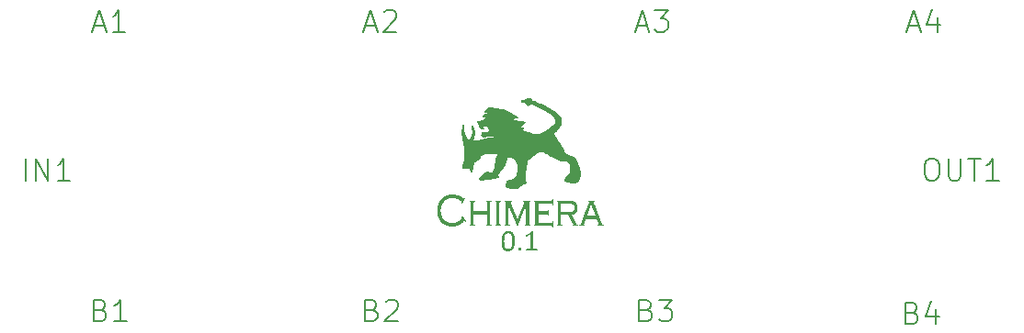
<source format=gbr>
%TF.GenerationSoftware,KiCad,Pcbnew,7.0.5*%
%TF.CreationDate,2023-09-25T02:34:09-05:00*%
%TF.ProjectId,Chimera_Carrier,4368696d-6572-4615-9f43-617272696572,rev?*%
%TF.SameCoordinates,Original*%
%TF.FileFunction,Legend,Top*%
%TF.FilePolarity,Positive*%
%FSLAX46Y46*%
G04 Gerber Fmt 4.6, Leading zero omitted, Abs format (unit mm)*
G04 Created by KiCad (PCBNEW 7.0.5) date 2023-09-25 02:34:09*
%MOMM*%
%LPD*%
G01*
G04 APERTURE LIST*
%ADD10C,0.250000*%
%ADD11C,0.200000*%
%ADD12C,0.300000*%
%ADD13C,0.100000*%
G04 APERTURE END LIST*
D10*
G36*
X94251689Y-105596977D02*
G01*
X94272181Y-105597687D01*
X94292249Y-105598870D01*
X94311893Y-105600526D01*
X94340566Y-105603898D01*
X94368285Y-105608335D01*
X94395051Y-105613836D01*
X94420864Y-105620402D01*
X94445724Y-105628032D01*
X94469630Y-105636728D01*
X94492584Y-105646488D01*
X94514584Y-105657313D01*
X94535713Y-105669081D01*
X94556052Y-105681854D01*
X94575601Y-105695631D01*
X94594360Y-105710413D01*
X94612329Y-105726199D01*
X94629508Y-105742991D01*
X94645897Y-105760786D01*
X94661496Y-105779587D01*
X94676305Y-105799392D01*
X94690325Y-105820202D01*
X94699232Y-105834633D01*
X94712060Y-105857000D01*
X94724168Y-105880320D01*
X94735553Y-105904593D01*
X94746218Y-105929819D01*
X94756161Y-105955998D01*
X94765384Y-105983131D01*
X94773884Y-106011216D01*
X94779151Y-106030470D01*
X94784097Y-106050146D01*
X94788722Y-106070247D01*
X94793027Y-106090771D01*
X94797011Y-106111719D01*
X94798883Y-106122351D01*
X94802491Y-106143919D01*
X94805867Y-106165880D01*
X94809009Y-106188234D01*
X94811919Y-106210981D01*
X94814597Y-106234121D01*
X94817041Y-106257654D01*
X94819252Y-106281580D01*
X94821231Y-106305900D01*
X94822977Y-106330612D01*
X94824490Y-106355718D01*
X94825771Y-106381216D01*
X94826818Y-106407108D01*
X94827633Y-106433393D01*
X94828215Y-106460070D01*
X94828564Y-106487141D01*
X94828681Y-106514605D01*
X94828555Y-106540293D01*
X94828177Y-106565698D01*
X94827547Y-106590820D01*
X94826666Y-106615661D01*
X94825532Y-106640219D01*
X94824147Y-106664494D01*
X94822510Y-106688487D01*
X94820621Y-106712198D01*
X94818480Y-106735626D01*
X94816087Y-106758772D01*
X94813442Y-106781635D01*
X94810546Y-106804216D01*
X94807397Y-106826515D01*
X94803997Y-106848531D01*
X94800345Y-106870265D01*
X94796441Y-106891716D01*
X94792243Y-106912780D01*
X94787709Y-106933474D01*
X94782839Y-106953798D01*
X94777634Y-106973751D01*
X94772093Y-106993335D01*
X94766215Y-107012548D01*
X94760003Y-107031391D01*
X94753454Y-107049863D01*
X94743001Y-107076878D01*
X94731793Y-107103061D01*
X94719828Y-107128410D01*
X94707109Y-107152926D01*
X94693633Y-107176610D01*
X94688974Y-107184319D01*
X94674552Y-107206823D01*
X94659315Y-107228357D01*
X94643263Y-107248921D01*
X94626394Y-107268514D01*
X94608710Y-107287137D01*
X94590210Y-107304790D01*
X94570894Y-107321472D01*
X94550763Y-107337185D01*
X94529816Y-107351926D01*
X94508053Y-107365698D01*
X94493091Y-107374340D01*
X94469970Y-107386300D01*
X94445853Y-107397083D01*
X94420740Y-107406690D01*
X94394631Y-107415121D01*
X94367525Y-107422375D01*
X94339424Y-107428453D01*
X94320136Y-107431852D01*
X94300406Y-107434727D01*
X94280233Y-107437080D01*
X94259618Y-107438910D01*
X94238559Y-107440217D01*
X94217058Y-107441001D01*
X94195115Y-107441263D01*
X94174377Y-107441028D01*
X94154051Y-107440324D01*
X94134138Y-107439150D01*
X94114637Y-107437507D01*
X94086158Y-107434163D01*
X94058606Y-107429762D01*
X94031981Y-107424305D01*
X94006284Y-107417792D01*
X93981515Y-107410223D01*
X93957672Y-107401598D01*
X93934757Y-107391916D01*
X93912770Y-107381179D01*
X93891637Y-107369328D01*
X93871285Y-107356489D01*
X93851714Y-107342663D01*
X93832925Y-107327850D01*
X93814918Y-107312049D01*
X93797691Y-107295261D01*
X93781247Y-107277485D01*
X93765583Y-107258722D01*
X93750701Y-107238971D01*
X93736600Y-107218233D01*
X93727634Y-107203859D01*
X93714893Y-107181404D01*
X93702864Y-107158006D01*
X93691548Y-107133663D01*
X93680945Y-107108375D01*
X93671055Y-107082143D01*
X93661877Y-107054966D01*
X93653412Y-107026844D01*
X93648165Y-107007572D01*
X93643234Y-106987880D01*
X93638620Y-106967768D01*
X93634323Y-106947237D01*
X93630343Y-106926285D01*
X93628471Y-106915652D01*
X93624922Y-106894084D01*
X93621602Y-106872123D01*
X93618511Y-106849769D01*
X93615648Y-106827022D01*
X93613015Y-106803882D01*
X93610611Y-106780349D01*
X93608436Y-106756423D01*
X93606489Y-106732103D01*
X93604772Y-106707391D01*
X93603284Y-106682286D01*
X93602024Y-106656787D01*
X93600994Y-106630895D01*
X93600192Y-106604611D01*
X93599620Y-106577933D01*
X93599277Y-106550862D01*
X93599162Y-106523398D01*
X93599248Y-106506301D01*
X93840963Y-106506301D01*
X93841043Y-106531162D01*
X93841283Y-106555554D01*
X93841684Y-106579477D01*
X93842245Y-106602930D01*
X93842966Y-106625913D01*
X93843848Y-106648427D01*
X93844889Y-106670472D01*
X93846092Y-106692048D01*
X93847454Y-106713154D01*
X93848977Y-106733790D01*
X93850660Y-106753957D01*
X93852503Y-106773655D01*
X93855568Y-106802322D01*
X93858995Y-106829932D01*
X93861479Y-106847752D01*
X93865536Y-106873676D01*
X93870014Y-106898689D01*
X93874913Y-106922791D01*
X93880232Y-106945984D01*
X93885972Y-106968266D01*
X93892133Y-106989638D01*
X93898715Y-107010100D01*
X93905717Y-107029652D01*
X93913141Y-107048294D01*
X93923693Y-107071734D01*
X93926448Y-107077341D01*
X93938064Y-107098689D01*
X93950444Y-107118526D01*
X93963588Y-107136852D01*
X93977494Y-107153667D01*
X93992164Y-107168970D01*
X94007597Y-107182762D01*
X94023794Y-107195043D01*
X94040753Y-107205812D01*
X94058552Y-107215201D01*
X94077267Y-107223337D01*
X94096898Y-107230221D01*
X94117445Y-107235854D01*
X94138908Y-107240235D01*
X94161287Y-107243365D01*
X94184582Y-107245242D01*
X94208792Y-107245868D01*
X94232446Y-107245260D01*
X94255170Y-107243435D01*
X94276963Y-107240394D01*
X94297826Y-107236137D01*
X94317759Y-107230663D01*
X94336762Y-107223972D01*
X94344103Y-107220956D01*
X94362004Y-107212646D01*
X94382383Y-107201288D01*
X94401559Y-107188420D01*
X94419534Y-107174040D01*
X94436307Y-107158149D01*
X94444242Y-107149637D01*
X94457013Y-107134682D01*
X94469067Y-107118820D01*
X94480407Y-107102052D01*
X94491030Y-107084378D01*
X94500938Y-107065797D01*
X94510131Y-107046310D01*
X94513607Y-107038262D01*
X94522022Y-107017625D01*
X94529865Y-106996321D01*
X94537135Y-106974348D01*
X94543832Y-106951708D01*
X94549958Y-106928400D01*
X94554445Y-106909273D01*
X94557571Y-106894647D01*
X94561563Y-106874665D01*
X94565234Y-106854286D01*
X94568585Y-106833510D01*
X94571615Y-106812337D01*
X94574325Y-106790768D01*
X94576714Y-106768801D01*
X94578782Y-106746437D01*
X94580530Y-106723677D01*
X94582018Y-106700482D01*
X94583308Y-106677057D01*
X94584400Y-106653404D01*
X94585293Y-106629521D01*
X94585987Y-106605410D01*
X94586483Y-106581070D01*
X94586781Y-106556501D01*
X94586880Y-106531702D01*
X94586794Y-106506759D01*
X94586537Y-106482306D01*
X94586107Y-106458342D01*
X94585506Y-106434868D01*
X94584734Y-106411883D01*
X94583789Y-106389387D01*
X94582673Y-106367381D01*
X94581385Y-106345864D01*
X94579925Y-106324837D01*
X94578294Y-106304299D01*
X94577110Y-106290879D01*
X94575201Y-106271044D01*
X94572415Y-106245291D01*
X94569355Y-106220333D01*
X94566019Y-106196168D01*
X94562409Y-106172797D01*
X94558524Y-106150220D01*
X94554364Y-106128436D01*
X94549930Y-106107447D01*
X94548778Y-106102323D01*
X94543962Y-106082288D01*
X94538795Y-106062970D01*
X94531842Y-106039831D01*
X94524341Y-106017813D01*
X94516291Y-105996917D01*
X94507692Y-105977141D01*
X94500418Y-105962128D01*
X94490973Y-105944170D01*
X94480955Y-105927237D01*
X94468178Y-105908272D01*
X94454577Y-105890784D01*
X94440151Y-105874773D01*
X94430076Y-105864919D01*
X94414260Y-105851369D01*
X94397584Y-105839297D01*
X94380050Y-105828701D01*
X94361658Y-105819582D01*
X94342406Y-105811940D01*
X94335799Y-105809720D01*
X94315551Y-105803744D01*
X94294376Y-105799004D01*
X94272274Y-105795501D01*
X94249245Y-105793234D01*
X94229345Y-105792289D01*
X94217096Y-105792135D01*
X94195593Y-105792624D01*
X94174862Y-105794093D01*
X94154903Y-105796540D01*
X94129494Y-105801325D01*
X94105459Y-105807851D01*
X94082798Y-105816117D01*
X94061511Y-105826124D01*
X94041598Y-105837870D01*
X94027564Y-105847822D01*
X94009849Y-105862278D01*
X93993095Y-105878047D01*
X93977303Y-105895129D01*
X93962473Y-105913524D01*
X93948605Y-105933231D01*
X93935698Y-105954251D01*
X93923753Y-105976584D01*
X93912770Y-106000230D01*
X93905129Y-106018657D01*
X93897961Y-106037668D01*
X93891265Y-106057262D01*
X93885041Y-106077441D01*
X93879289Y-106098204D01*
X93874010Y-106119550D01*
X93869203Y-106141480D01*
X93864868Y-106163995D01*
X93861005Y-106187093D01*
X93857615Y-106210775D01*
X93855617Y-106226887D01*
X93852998Y-106251422D01*
X93850637Y-106276301D01*
X93848533Y-106301522D01*
X93846687Y-106327088D01*
X93845098Y-106352997D01*
X93843767Y-106379249D01*
X93842694Y-106405845D01*
X93841878Y-106432784D01*
X93841320Y-106460067D01*
X93841020Y-106487693D01*
X93840963Y-106506301D01*
X93599248Y-106506301D01*
X93599290Y-106497886D01*
X93599673Y-106472641D01*
X93600313Y-106447664D01*
X93601208Y-106422953D01*
X93602358Y-106398510D01*
X93603765Y-106374334D01*
X93605427Y-106350424D01*
X93607344Y-106326782D01*
X93609518Y-106303408D01*
X93611947Y-106280300D01*
X93614631Y-106257459D01*
X93617572Y-106234886D01*
X93620768Y-106212580D01*
X93624220Y-106190541D01*
X93627927Y-106168769D01*
X93631891Y-106147264D01*
X93636201Y-106126082D01*
X93640828Y-106105277D01*
X93645772Y-106084850D01*
X93651033Y-106064801D01*
X93656611Y-106045130D01*
X93662505Y-106025837D01*
X93668716Y-106006922D01*
X93675244Y-105988384D01*
X93685629Y-105961286D01*
X93696728Y-105935038D01*
X93708539Y-105909640D01*
X93721062Y-105885092D01*
X93734299Y-105861394D01*
X93738869Y-105853684D01*
X93753199Y-105831184D01*
X93768344Y-105809663D01*
X93784305Y-105789121D01*
X93801082Y-105769558D01*
X93818675Y-105750973D01*
X93837083Y-105733368D01*
X93856307Y-105716741D01*
X93876347Y-105701093D01*
X93897203Y-105686424D01*
X93918874Y-105672734D01*
X93933775Y-105664152D01*
X93956970Y-105652105D01*
X93981127Y-105641242D01*
X94006246Y-105631565D01*
X94032327Y-105623073D01*
X94059369Y-105615766D01*
X94087373Y-105609643D01*
X94116339Y-105604706D01*
X94136183Y-105602073D01*
X94156456Y-105599966D01*
X94177155Y-105598386D01*
X94198282Y-105597333D01*
X94219837Y-105596806D01*
X94230774Y-105596741D01*
X94251689Y-105596977D01*
G37*
G36*
X95421214Y-107251730D02*
G01*
X95420710Y-107274552D01*
X95419199Y-107295389D01*
X95415893Y-107318644D01*
X95411013Y-107338799D01*
X95403079Y-107358892D01*
X95390957Y-107376690D01*
X95388974Y-107378736D01*
X95372344Y-107390918D01*
X95354072Y-107398978D01*
X95332090Y-107404840D01*
X95310938Y-107408046D01*
X95287210Y-107409725D01*
X95271737Y-107410000D01*
X95251892Y-107409519D01*
X95229319Y-107407565D01*
X95209226Y-107404109D01*
X95188389Y-107397978D01*
X95168594Y-107388091D01*
X95157431Y-107379225D01*
X95145250Y-107362792D01*
X95137190Y-107343982D01*
X95132152Y-107324974D01*
X95128641Y-107302938D01*
X95126932Y-107283127D01*
X95126199Y-107261378D01*
X95126168Y-107255638D01*
X95126672Y-107232824D01*
X95128183Y-107212010D01*
X95131489Y-107188805D01*
X95136369Y-107168724D01*
X95144303Y-107148751D01*
X95156425Y-107131137D01*
X95158408Y-107129120D01*
X95175038Y-107116748D01*
X95193310Y-107108562D01*
X95215292Y-107102609D01*
X95236444Y-107099353D01*
X95260172Y-107097648D01*
X95275645Y-107097369D01*
X95295482Y-107097850D01*
X95318024Y-107099803D01*
X95338062Y-107103259D01*
X95358802Y-107109390D01*
X95378440Y-107119278D01*
X95389462Y-107128143D01*
X95401834Y-107144576D01*
X95410020Y-107163386D01*
X95415136Y-107182394D01*
X95418702Y-107204431D01*
X95420439Y-107224241D01*
X95421183Y-107245990D01*
X95421214Y-107251730D01*
G37*
G36*
X96897418Y-107313768D02*
G01*
X96896692Y-107334226D01*
X96894052Y-107354427D01*
X96893021Y-107359197D01*
X96887347Y-107378421D01*
X96882274Y-107388995D01*
X96868811Y-107403794D01*
X96866643Y-107405115D01*
X96848080Y-107410000D01*
X95919469Y-107410000D01*
X95901395Y-107405115D01*
X95886745Y-107391045D01*
X95885275Y-107388995D01*
X95876920Y-107370872D01*
X95873551Y-107359197D01*
X95870621Y-107338558D01*
X95869678Y-107318732D01*
X95869644Y-107313768D01*
X95870392Y-107292851D01*
X95872853Y-107273345D01*
X95873551Y-107269804D01*
X95879461Y-107250172D01*
X95884298Y-107239518D01*
X95896230Y-107223543D01*
X95899441Y-107220956D01*
X95918074Y-107214630D01*
X95919469Y-107214605D01*
X96290230Y-107214605D01*
X96290230Y-105878108D01*
X95946824Y-106096950D01*
X95928781Y-106105995D01*
X95910091Y-106112857D01*
X95904815Y-106114047D01*
X95885372Y-106111754D01*
X95879413Y-106107697D01*
X95869325Y-106090466D01*
X95866224Y-106077411D01*
X95863887Y-106056453D01*
X95862925Y-106035067D01*
X95862805Y-106023189D01*
X95863179Y-106003220D01*
X95864639Y-105982743D01*
X95864759Y-105981667D01*
X95868596Y-105961752D01*
X95871109Y-105953335D01*
X95881047Y-105935918D01*
X95882833Y-105933796D01*
X95897728Y-105920355D01*
X95902861Y-105916699D01*
X96312212Y-105645101D01*
X96325889Y-105638262D01*
X96344894Y-105632766D01*
X96346406Y-105632400D01*
X96366429Y-105629449D01*
X96375226Y-105628981D01*
X96395217Y-105628218D01*
X96415199Y-105628005D01*
X96416748Y-105628004D01*
X96437979Y-105628350D01*
X96458243Y-105629518D01*
X96471458Y-105630935D01*
X96490997Y-105633988D01*
X96505652Y-105638262D01*
X96521738Y-105649568D01*
X96522260Y-105650474D01*
X96526657Y-105666106D01*
X96526657Y-107214605D01*
X96848080Y-107214605D01*
X96867372Y-107220187D01*
X96868597Y-107220956D01*
X96882301Y-107235845D01*
X96884228Y-107239518D01*
X96891301Y-107257851D01*
X96893998Y-107269804D01*
X96896563Y-107290076D01*
X96897404Y-107310619D01*
X96897418Y-107313768D01*
G37*
D11*
%TO.C,B1*%
X56690476Y-112867219D02*
X56976190Y-112962457D01*
X56976190Y-112962457D02*
X57071428Y-113057695D01*
X57071428Y-113057695D02*
X57166666Y-113248171D01*
X57166666Y-113248171D02*
X57166666Y-113533885D01*
X57166666Y-113533885D02*
X57071428Y-113724361D01*
X57071428Y-113724361D02*
X56976190Y-113819600D01*
X56976190Y-113819600D02*
X56785714Y-113914838D01*
X56785714Y-113914838D02*
X56023809Y-113914838D01*
X56023809Y-113914838D02*
X56023809Y-111914838D01*
X56023809Y-111914838D02*
X56690476Y-111914838D01*
X56690476Y-111914838D02*
X56880952Y-112010076D01*
X56880952Y-112010076D02*
X56976190Y-112105314D01*
X56976190Y-112105314D02*
X57071428Y-112295790D01*
X57071428Y-112295790D02*
X57071428Y-112486266D01*
X57071428Y-112486266D02*
X56976190Y-112676742D01*
X56976190Y-112676742D02*
X56880952Y-112771980D01*
X56880952Y-112771980D02*
X56690476Y-112867219D01*
X56690476Y-112867219D02*
X56023809Y-112867219D01*
X59071428Y-113914838D02*
X57928571Y-113914838D01*
X58499999Y-113914838D02*
X58499999Y-111914838D01*
X58499999Y-111914838D02*
X58309523Y-112200552D01*
X58309523Y-112200552D02*
X58119047Y-112391028D01*
X58119047Y-112391028D02*
X57928571Y-112486266D01*
%TO.C,A2*%
X81071428Y-86618409D02*
X82023809Y-86618409D01*
X80880952Y-87189838D02*
X81547618Y-85189838D01*
X81547618Y-85189838D02*
X82214285Y-87189838D01*
X82785714Y-85380314D02*
X82880952Y-85285076D01*
X82880952Y-85285076D02*
X83071428Y-85189838D01*
X83071428Y-85189838D02*
X83547619Y-85189838D01*
X83547619Y-85189838D02*
X83738095Y-85285076D01*
X83738095Y-85285076D02*
X83833333Y-85380314D01*
X83833333Y-85380314D02*
X83928571Y-85570790D01*
X83928571Y-85570790D02*
X83928571Y-85761266D01*
X83928571Y-85761266D02*
X83833333Y-86046980D01*
X83833333Y-86046980D02*
X82690476Y-87189838D01*
X82690476Y-87189838D02*
X83928571Y-87189838D01*
%TO.C,IN1*%
X49750000Y-100914838D02*
X49750000Y-98914838D01*
X50702381Y-100914838D02*
X50702381Y-98914838D01*
X50702381Y-98914838D02*
X51845238Y-100914838D01*
X51845238Y-100914838D02*
X51845238Y-98914838D01*
X53845238Y-100914838D02*
X52702381Y-100914838D01*
X53273809Y-100914838D02*
X53273809Y-98914838D01*
X53273809Y-98914838D02*
X53083333Y-99200552D01*
X53083333Y-99200552D02*
X52892857Y-99391028D01*
X52892857Y-99391028D02*
X52702381Y-99486266D01*
%TO.C,OUT1*%
X133047618Y-98914838D02*
X133428571Y-98914838D01*
X133428571Y-98914838D02*
X133619047Y-99010076D01*
X133619047Y-99010076D02*
X133809523Y-99200552D01*
X133809523Y-99200552D02*
X133904761Y-99581504D01*
X133904761Y-99581504D02*
X133904761Y-100248171D01*
X133904761Y-100248171D02*
X133809523Y-100629123D01*
X133809523Y-100629123D02*
X133619047Y-100819600D01*
X133619047Y-100819600D02*
X133428571Y-100914838D01*
X133428571Y-100914838D02*
X133047618Y-100914838D01*
X133047618Y-100914838D02*
X132857142Y-100819600D01*
X132857142Y-100819600D02*
X132666666Y-100629123D01*
X132666666Y-100629123D02*
X132571428Y-100248171D01*
X132571428Y-100248171D02*
X132571428Y-99581504D01*
X132571428Y-99581504D02*
X132666666Y-99200552D01*
X132666666Y-99200552D02*
X132857142Y-99010076D01*
X132857142Y-99010076D02*
X133047618Y-98914838D01*
X134761904Y-98914838D02*
X134761904Y-100533885D01*
X134761904Y-100533885D02*
X134857142Y-100724361D01*
X134857142Y-100724361D02*
X134952380Y-100819600D01*
X134952380Y-100819600D02*
X135142856Y-100914838D01*
X135142856Y-100914838D02*
X135523809Y-100914838D01*
X135523809Y-100914838D02*
X135714285Y-100819600D01*
X135714285Y-100819600D02*
X135809523Y-100724361D01*
X135809523Y-100724361D02*
X135904761Y-100533885D01*
X135904761Y-100533885D02*
X135904761Y-98914838D01*
X136571428Y-98914838D02*
X137714285Y-98914838D01*
X137142856Y-100914838D02*
X137142856Y-98914838D01*
X139428571Y-100914838D02*
X138285714Y-100914838D01*
X138857142Y-100914838D02*
X138857142Y-98914838D01*
X138857142Y-98914838D02*
X138666666Y-99200552D01*
X138666666Y-99200552D02*
X138476190Y-99391028D01*
X138476190Y-99391028D02*
X138285714Y-99486266D01*
%TO.C,A3*%
X106071428Y-86618409D02*
X107023809Y-86618409D01*
X105880952Y-87189838D02*
X106547618Y-85189838D01*
X106547618Y-85189838D02*
X107214285Y-87189838D01*
X107690476Y-85189838D02*
X108928571Y-85189838D01*
X108928571Y-85189838D02*
X108261904Y-85951742D01*
X108261904Y-85951742D02*
X108547619Y-85951742D01*
X108547619Y-85951742D02*
X108738095Y-86046980D01*
X108738095Y-86046980D02*
X108833333Y-86142219D01*
X108833333Y-86142219D02*
X108928571Y-86332695D01*
X108928571Y-86332695D02*
X108928571Y-86808885D01*
X108928571Y-86808885D02*
X108833333Y-86999361D01*
X108833333Y-86999361D02*
X108738095Y-87094600D01*
X108738095Y-87094600D02*
X108547619Y-87189838D01*
X108547619Y-87189838D02*
X107976190Y-87189838D01*
X107976190Y-87189838D02*
X107785714Y-87094600D01*
X107785714Y-87094600D02*
X107690476Y-86999361D01*
%TO.C,B3*%
X106940476Y-112867219D02*
X107226190Y-112962457D01*
X107226190Y-112962457D02*
X107321428Y-113057695D01*
X107321428Y-113057695D02*
X107416666Y-113248171D01*
X107416666Y-113248171D02*
X107416666Y-113533885D01*
X107416666Y-113533885D02*
X107321428Y-113724361D01*
X107321428Y-113724361D02*
X107226190Y-113819600D01*
X107226190Y-113819600D02*
X107035714Y-113914838D01*
X107035714Y-113914838D02*
X106273809Y-113914838D01*
X106273809Y-113914838D02*
X106273809Y-111914838D01*
X106273809Y-111914838D02*
X106940476Y-111914838D01*
X106940476Y-111914838D02*
X107130952Y-112010076D01*
X107130952Y-112010076D02*
X107226190Y-112105314D01*
X107226190Y-112105314D02*
X107321428Y-112295790D01*
X107321428Y-112295790D02*
X107321428Y-112486266D01*
X107321428Y-112486266D02*
X107226190Y-112676742D01*
X107226190Y-112676742D02*
X107130952Y-112771980D01*
X107130952Y-112771980D02*
X106940476Y-112867219D01*
X106940476Y-112867219D02*
X106273809Y-112867219D01*
X108083333Y-111914838D02*
X109321428Y-111914838D01*
X109321428Y-111914838D02*
X108654761Y-112676742D01*
X108654761Y-112676742D02*
X108940476Y-112676742D01*
X108940476Y-112676742D02*
X109130952Y-112771980D01*
X109130952Y-112771980D02*
X109226190Y-112867219D01*
X109226190Y-112867219D02*
X109321428Y-113057695D01*
X109321428Y-113057695D02*
X109321428Y-113533885D01*
X109321428Y-113533885D02*
X109226190Y-113724361D01*
X109226190Y-113724361D02*
X109130952Y-113819600D01*
X109130952Y-113819600D02*
X108940476Y-113914838D01*
X108940476Y-113914838D02*
X108369047Y-113914838D01*
X108369047Y-113914838D02*
X108178571Y-113819600D01*
X108178571Y-113819600D02*
X108083333Y-113724361D01*
%TO.C,B2*%
X81690476Y-112867219D02*
X81976190Y-112962457D01*
X81976190Y-112962457D02*
X82071428Y-113057695D01*
X82071428Y-113057695D02*
X82166666Y-113248171D01*
X82166666Y-113248171D02*
X82166666Y-113533885D01*
X82166666Y-113533885D02*
X82071428Y-113724361D01*
X82071428Y-113724361D02*
X81976190Y-113819600D01*
X81976190Y-113819600D02*
X81785714Y-113914838D01*
X81785714Y-113914838D02*
X81023809Y-113914838D01*
X81023809Y-113914838D02*
X81023809Y-111914838D01*
X81023809Y-111914838D02*
X81690476Y-111914838D01*
X81690476Y-111914838D02*
X81880952Y-112010076D01*
X81880952Y-112010076D02*
X81976190Y-112105314D01*
X81976190Y-112105314D02*
X82071428Y-112295790D01*
X82071428Y-112295790D02*
X82071428Y-112486266D01*
X82071428Y-112486266D02*
X81976190Y-112676742D01*
X81976190Y-112676742D02*
X81880952Y-112771980D01*
X81880952Y-112771980D02*
X81690476Y-112867219D01*
X81690476Y-112867219D02*
X81023809Y-112867219D01*
X82928571Y-112105314D02*
X83023809Y-112010076D01*
X83023809Y-112010076D02*
X83214285Y-111914838D01*
X83214285Y-111914838D02*
X83690476Y-111914838D01*
X83690476Y-111914838D02*
X83880952Y-112010076D01*
X83880952Y-112010076D02*
X83976190Y-112105314D01*
X83976190Y-112105314D02*
X84071428Y-112295790D01*
X84071428Y-112295790D02*
X84071428Y-112486266D01*
X84071428Y-112486266D02*
X83976190Y-112771980D01*
X83976190Y-112771980D02*
X82833333Y-113914838D01*
X82833333Y-113914838D02*
X84071428Y-113914838D01*
%TO.C,B4*%
X131440476Y-113117219D02*
X131726190Y-113212457D01*
X131726190Y-113212457D02*
X131821428Y-113307695D01*
X131821428Y-113307695D02*
X131916666Y-113498171D01*
X131916666Y-113498171D02*
X131916666Y-113783885D01*
X131916666Y-113783885D02*
X131821428Y-113974361D01*
X131821428Y-113974361D02*
X131726190Y-114069600D01*
X131726190Y-114069600D02*
X131535714Y-114164838D01*
X131535714Y-114164838D02*
X130773809Y-114164838D01*
X130773809Y-114164838D02*
X130773809Y-112164838D01*
X130773809Y-112164838D02*
X131440476Y-112164838D01*
X131440476Y-112164838D02*
X131630952Y-112260076D01*
X131630952Y-112260076D02*
X131726190Y-112355314D01*
X131726190Y-112355314D02*
X131821428Y-112545790D01*
X131821428Y-112545790D02*
X131821428Y-112736266D01*
X131821428Y-112736266D02*
X131726190Y-112926742D01*
X131726190Y-112926742D02*
X131630952Y-113021980D01*
X131630952Y-113021980D02*
X131440476Y-113117219D01*
X131440476Y-113117219D02*
X130773809Y-113117219D01*
X133630952Y-112831504D02*
X133630952Y-114164838D01*
X133154761Y-112069600D02*
X132678571Y-113498171D01*
X132678571Y-113498171D02*
X133916666Y-113498171D01*
%TO.C,A1*%
X56071428Y-86618409D02*
X57023809Y-86618409D01*
X55880952Y-87189838D02*
X56547618Y-85189838D01*
X56547618Y-85189838D02*
X57214285Y-87189838D01*
X58928571Y-87189838D02*
X57785714Y-87189838D01*
X58357142Y-87189838D02*
X58357142Y-85189838D01*
X58357142Y-85189838D02*
X58166666Y-85475552D01*
X58166666Y-85475552D02*
X57976190Y-85666028D01*
X57976190Y-85666028D02*
X57785714Y-85761266D01*
D12*
%TO.C,Chimera*%
G36*
X90249246Y-102513893D02*
G01*
X89974473Y-103063439D01*
X89898147Y-103010683D01*
X89905523Y-102979803D01*
X89911734Y-102949750D01*
X89916170Y-102920040D01*
X89917076Y-102904437D01*
X89907083Y-102872205D01*
X89887710Y-102846220D01*
X89864869Y-102823654D01*
X89843456Y-102805693D01*
X89818372Y-102786843D01*
X89789618Y-102767104D01*
X89757193Y-102746477D01*
X89733536Y-102732232D01*
X89708249Y-102717592D01*
X89670787Y-102696829D01*
X89632896Y-102677406D01*
X89594575Y-102659322D01*
X89555826Y-102642578D01*
X89516647Y-102627174D01*
X89477038Y-102613109D01*
X89437001Y-102600384D01*
X89396534Y-102588998D01*
X89355637Y-102578951D01*
X89314312Y-102570244D01*
X89272557Y-102562877D01*
X89230372Y-102556849D01*
X89187758Y-102552161D01*
X89144715Y-102548812D01*
X89101243Y-102546803D01*
X89057341Y-102546133D01*
X89027941Y-102546439D01*
X88998892Y-102547355D01*
X88970196Y-102548883D01*
X88941851Y-102551022D01*
X88913858Y-102553772D01*
X88886216Y-102557133D01*
X88858927Y-102561105D01*
X88831989Y-102565688D01*
X88805403Y-102570882D01*
X88779169Y-102576687D01*
X88753287Y-102583104D01*
X88727757Y-102590131D01*
X88702578Y-102597770D01*
X88677751Y-102606019D01*
X88653276Y-102614880D01*
X88629153Y-102624352D01*
X88605382Y-102634435D01*
X88581962Y-102645129D01*
X88558895Y-102656434D01*
X88536179Y-102668350D01*
X88513815Y-102680877D01*
X88491802Y-102694015D01*
X88470142Y-102707765D01*
X88448833Y-102722125D01*
X88407271Y-102752679D01*
X88367117Y-102785678D01*
X88328369Y-102821121D01*
X88291029Y-102859008D01*
X88272734Y-102879067D01*
X88255020Y-102899491D01*
X88221334Y-102941440D01*
X88189972Y-102984854D01*
X88160932Y-103029734D01*
X88134216Y-103076079D01*
X88109822Y-103123889D01*
X88087752Y-103173165D01*
X88068005Y-103223907D01*
X88050581Y-103276114D01*
X88035481Y-103329786D01*
X88022703Y-103384924D01*
X88012249Y-103441527D01*
X88007893Y-103470378D01*
X88004118Y-103499596D01*
X88000924Y-103529180D01*
X87998310Y-103559130D01*
X87996277Y-103589447D01*
X87994825Y-103620130D01*
X87993954Y-103651179D01*
X87993664Y-103682595D01*
X87993965Y-103713934D01*
X87994871Y-103744937D01*
X87996379Y-103775604D01*
X87998491Y-103805934D01*
X88001207Y-103835928D01*
X88004526Y-103865585D01*
X88008448Y-103894907D01*
X88012974Y-103923892D01*
X88023836Y-103980853D01*
X88037112Y-104036469D01*
X88052802Y-104090739D01*
X88070906Y-104143664D01*
X88091423Y-104195245D01*
X88114354Y-104245479D01*
X88139699Y-104294369D01*
X88167458Y-104341913D01*
X88197630Y-104388112D01*
X88213622Y-104410707D01*
X88230217Y-104432966D01*
X88247415Y-104454889D01*
X88265217Y-104476475D01*
X88283622Y-104497725D01*
X88302631Y-104518638D01*
X88321544Y-104538654D01*
X88340732Y-104558034D01*
X88360194Y-104576779D01*
X88379930Y-104594888D01*
X88399941Y-104612362D01*
X88420225Y-104629200D01*
X88440784Y-104645403D01*
X88461618Y-104660971D01*
X88482725Y-104675903D01*
X88504107Y-104690200D01*
X88525764Y-104703861D01*
X88547694Y-104716887D01*
X88569899Y-104729278D01*
X88592378Y-104741033D01*
X88615132Y-104752153D01*
X88638160Y-104762637D01*
X88661462Y-104772486D01*
X88685038Y-104781699D01*
X88708889Y-104790277D01*
X88733014Y-104798220D01*
X88757413Y-104805527D01*
X88782086Y-104812199D01*
X88807034Y-104818236D01*
X88832256Y-104823637D01*
X88857753Y-104828402D01*
X88883523Y-104832532D01*
X88909568Y-104836027D01*
X88935888Y-104838886D01*
X88962481Y-104841110D01*
X88989349Y-104842699D01*
X89016492Y-104843652D01*
X89043908Y-104843970D01*
X89070751Y-104843656D01*
X89097396Y-104842716D01*
X89123841Y-104841149D01*
X89150087Y-104838955D01*
X89176134Y-104836134D01*
X89201981Y-104832687D01*
X89227630Y-104828612D01*
X89253079Y-104823911D01*
X89278329Y-104818583D01*
X89303380Y-104812628D01*
X89328232Y-104806047D01*
X89352885Y-104798838D01*
X89377338Y-104791003D01*
X89401593Y-104782541D01*
X89425648Y-104773452D01*
X89449504Y-104763736D01*
X89473161Y-104753393D01*
X89496618Y-104742424D01*
X89519877Y-104730828D01*
X89542936Y-104718604D01*
X89565796Y-104705755D01*
X89588457Y-104692278D01*
X89610919Y-104678174D01*
X89633182Y-104663444D01*
X89655246Y-104648086D01*
X89677110Y-104632102D01*
X89698775Y-104615492D01*
X89720241Y-104598254D01*
X89741508Y-104580389D01*
X89762576Y-104561898D01*
X89783444Y-104542780D01*
X89804114Y-104523035D01*
X89829867Y-104499065D01*
X89853086Y-104476615D01*
X89873773Y-104455685D01*
X89897415Y-104430143D01*
X89916554Y-104407302D01*
X89934145Y-104382551D01*
X89946951Y-104354992D01*
X89948217Y-104345714D01*
X89941555Y-104314679D01*
X89931767Y-104287500D01*
X89919633Y-104258082D01*
X89913413Y-104243865D01*
X89982411Y-104178652D01*
X90312750Y-104659322D01*
X90241919Y-104731130D01*
X90222241Y-104710212D01*
X90202214Y-104691279D01*
X90181102Y-104675591D01*
X90163761Y-104669580D01*
X90140942Y-104682100D01*
X90120418Y-104699874D01*
X90110639Y-104709148D01*
X90090930Y-104727454D01*
X90062163Y-104753841D01*
X90034351Y-104778940D01*
X90007494Y-104802751D01*
X89981593Y-104825274D01*
X89956647Y-104846509D01*
X89932656Y-104866455D01*
X89909621Y-104885114D01*
X89887540Y-104902485D01*
X89866415Y-104918568D01*
X89846246Y-104933363D01*
X89819665Y-104951864D01*
X89792436Y-104969633D01*
X89764558Y-104986669D01*
X89736031Y-105002972D01*
X89706856Y-105018542D01*
X89677031Y-105033380D01*
X89654237Y-105044028D01*
X89631078Y-105054263D01*
X89615436Y-105060857D01*
X89582869Y-105074344D01*
X89549891Y-105086961D01*
X89516504Y-105098707D01*
X89482706Y-105109584D01*
X89448497Y-105119590D01*
X89413879Y-105128726D01*
X89378850Y-105136992D01*
X89343411Y-105144388D01*
X89307561Y-105150914D01*
X89271302Y-105156570D01*
X89234632Y-105161356D01*
X89197552Y-105165271D01*
X89160062Y-105168317D01*
X89122161Y-105170492D01*
X89083850Y-105171797D01*
X89045129Y-105172232D01*
X89007871Y-105171841D01*
X88971050Y-105170666D01*
X88934665Y-105168709D01*
X88898717Y-105165970D01*
X88863205Y-105162447D01*
X88828130Y-105158141D01*
X88793491Y-105153053D01*
X88759289Y-105147182D01*
X88725523Y-105140528D01*
X88692194Y-105133091D01*
X88659301Y-105124872D01*
X88626844Y-105115869D01*
X88594824Y-105106084D01*
X88563241Y-105095516D01*
X88532094Y-105084165D01*
X88501384Y-105072031D01*
X88471110Y-105059115D01*
X88441272Y-105045416D01*
X88411871Y-105030934D01*
X88382907Y-105015669D01*
X88354379Y-104999621D01*
X88326287Y-104982790D01*
X88298632Y-104965177D01*
X88271414Y-104946781D01*
X88244632Y-104927602D01*
X88218286Y-104907640D01*
X88192377Y-104886895D01*
X88166904Y-104865368D01*
X88141868Y-104843057D01*
X88117269Y-104819964D01*
X88093106Y-104796088D01*
X88069379Y-104771430D01*
X88044961Y-104744872D01*
X88021318Y-104717863D01*
X87998450Y-104690404D01*
X87976357Y-104662493D01*
X87955039Y-104634132D01*
X87934497Y-104605321D01*
X87914730Y-104576058D01*
X87895738Y-104546345D01*
X87877521Y-104516180D01*
X87860079Y-104485565D01*
X87843413Y-104454499D01*
X87827521Y-104422983D01*
X87812405Y-104391015D01*
X87798064Y-104358597D01*
X87784499Y-104325728D01*
X87771708Y-104292408D01*
X87759693Y-104258638D01*
X87748453Y-104224416D01*
X87737988Y-104189744D01*
X87728298Y-104154621D01*
X87719383Y-104119047D01*
X87711244Y-104083023D01*
X87703879Y-104046547D01*
X87697290Y-104009621D01*
X87691476Y-103972244D01*
X87686438Y-103934416D01*
X87682174Y-103896137D01*
X87678686Y-103857408D01*
X87675973Y-103818228D01*
X87674035Y-103778597D01*
X87672872Y-103738515D01*
X87672484Y-103697982D01*
X87672727Y-103665968D01*
X87673453Y-103634223D01*
X87674663Y-103602748D01*
X87676358Y-103571541D01*
X87678537Y-103540603D01*
X87681200Y-103509934D01*
X87684347Y-103479535D01*
X87687979Y-103449404D01*
X87692094Y-103419543D01*
X87696694Y-103389950D01*
X87701778Y-103360627D01*
X87707346Y-103331572D01*
X87713399Y-103302787D01*
X87719935Y-103274271D01*
X87726956Y-103246023D01*
X87734461Y-103218045D01*
X87742450Y-103190336D01*
X87759881Y-103135725D01*
X87779249Y-103082190D01*
X87800553Y-103029731D01*
X87823795Y-102978348D01*
X87848973Y-102928042D01*
X87862288Y-102903292D01*
X87876087Y-102878812D01*
X87890371Y-102854600D01*
X87905139Y-102830658D01*
X87920391Y-102806984D01*
X87944961Y-102770740D01*
X87970279Y-102735646D01*
X87996347Y-102701703D01*
X88023164Y-102668911D01*
X88050729Y-102637269D01*
X88079044Y-102606778D01*
X88108107Y-102577437D01*
X88137920Y-102549247D01*
X88168481Y-102522208D01*
X88199791Y-102496319D01*
X88231851Y-102471581D01*
X88264659Y-102447993D01*
X88298216Y-102425556D01*
X88332522Y-102404270D01*
X88367577Y-102384134D01*
X88403381Y-102365149D01*
X88439934Y-102347315D01*
X88477236Y-102330631D01*
X88515287Y-102315097D01*
X88554087Y-102300715D01*
X88593635Y-102287483D01*
X88633933Y-102275401D01*
X88674980Y-102264470D01*
X88716775Y-102254690D01*
X88759320Y-102246061D01*
X88802613Y-102238582D01*
X88846656Y-102232253D01*
X88891447Y-102227076D01*
X88936987Y-102223048D01*
X88983277Y-102220172D01*
X89030315Y-102218446D01*
X89078102Y-102217871D01*
X89109821Y-102218174D01*
X89141476Y-102219084D01*
X89173067Y-102220601D01*
X89204593Y-102222725D01*
X89236055Y-102225456D01*
X89267452Y-102228793D01*
X89298785Y-102232737D01*
X89330054Y-102237288D01*
X89361258Y-102242446D01*
X89392398Y-102248210D01*
X89423473Y-102254581D01*
X89454484Y-102261560D01*
X89485431Y-102269144D01*
X89516313Y-102277336D01*
X89547131Y-102286135D01*
X89577884Y-102295540D01*
X89608573Y-102305552D01*
X89639197Y-102316171D01*
X89669758Y-102327396D01*
X89700253Y-102339229D01*
X89730685Y-102351668D01*
X89761052Y-102364714D01*
X89791354Y-102378367D01*
X89821592Y-102392626D01*
X89851766Y-102407493D01*
X89881876Y-102422966D01*
X89911921Y-102439046D01*
X89941901Y-102455733D01*
X89971817Y-102473026D01*
X90001669Y-102490927D01*
X90031456Y-102509434D01*
X90061179Y-102528548D01*
X90083734Y-102542269D01*
X90094763Y-102546133D01*
X90115984Y-102530285D01*
X90136611Y-102506998D01*
X90156138Y-102482741D01*
X90171089Y-102463335D01*
X90249246Y-102513893D01*
G37*
G36*
X92267303Y-104046761D02*
G01*
X91039372Y-104046761D01*
X91039372Y-104875477D01*
X91040249Y-104907464D01*
X91043397Y-104938353D01*
X91050553Y-104968463D01*
X91057690Y-104983921D01*
X91076778Y-105003709D01*
X91098817Y-105017012D01*
X91123736Y-105027902D01*
X91149281Y-105036677D01*
X91149281Y-105125338D01*
X90644920Y-105125338D01*
X90644920Y-105036677D01*
X90670465Y-105027902D01*
X90695384Y-105017012D01*
X90717424Y-105003709D01*
X90736511Y-104983921D01*
X90747674Y-104954795D01*
X90752665Y-104924295D01*
X90754668Y-104890956D01*
X90754829Y-104876943D01*
X90754829Y-103029001D01*
X90753953Y-102996799D01*
X90750804Y-102965921D01*
X90743649Y-102936212D01*
X90736511Y-102921290D01*
X90717424Y-102901919D01*
X90695384Y-102888810D01*
X90670465Y-102878016D01*
X90644920Y-102869266D01*
X90644920Y-102780606D01*
X91149281Y-102780606D01*
X91149281Y-102869266D01*
X91123736Y-102877990D01*
X91098817Y-102888689D01*
X91076778Y-102901604D01*
X91057690Y-102920557D01*
X91046528Y-102948344D01*
X91041537Y-102978245D01*
X91039533Y-103011343D01*
X91039372Y-103025338D01*
X91039372Y-103765393D01*
X92267303Y-103765393D01*
X92267303Y-103025338D01*
X92266426Y-102994027D01*
X92263278Y-102963997D01*
X92256122Y-102935088D01*
X92248985Y-102920557D01*
X92229897Y-102901604D01*
X92207858Y-102888689D01*
X92182939Y-102877990D01*
X92157394Y-102869266D01*
X92157394Y-102780606D01*
X92662366Y-102780606D01*
X92662366Y-102869266D01*
X92636820Y-102878042D01*
X92611901Y-102888931D01*
X92589862Y-102902235D01*
X92570775Y-102922023D01*
X92559612Y-102951149D01*
X92554621Y-102981649D01*
X92552618Y-103014988D01*
X92552457Y-103029001D01*
X92552457Y-104876943D01*
X92553333Y-104908358D01*
X92556482Y-104938766D01*
X92563637Y-104968534D01*
X92570775Y-104983921D01*
X92589862Y-105003709D01*
X92611901Y-105017012D01*
X92636820Y-105027902D01*
X92662366Y-105036677D01*
X92662366Y-105125338D01*
X92157394Y-105125338D01*
X92157394Y-105036677D01*
X92182939Y-105027902D01*
X92207858Y-105017012D01*
X92229897Y-105003709D01*
X92248985Y-104983921D01*
X92260147Y-104954589D01*
X92265138Y-104923664D01*
X92267017Y-104894322D01*
X92267303Y-104875477D01*
X92267303Y-104046761D01*
G37*
G36*
X93133754Y-104876943D02*
G01*
X93133754Y-103029001D01*
X93132878Y-102996799D01*
X93129729Y-102965921D01*
X93122574Y-102936212D01*
X93115436Y-102921290D01*
X93096349Y-102901919D01*
X93074310Y-102888810D01*
X93049391Y-102878016D01*
X93023845Y-102869266D01*
X93023845Y-102780606D01*
X93528207Y-102780606D01*
X93528207Y-102869266D01*
X93502661Y-102878016D01*
X93477742Y-102888810D01*
X93455703Y-102901919D01*
X93436616Y-102921290D01*
X93425453Y-102949832D01*
X93420462Y-102980570D01*
X93418584Y-103010007D01*
X93418297Y-103029001D01*
X93418297Y-104876943D01*
X93419174Y-104908358D01*
X93422322Y-104938766D01*
X93429478Y-104968534D01*
X93436616Y-104983921D01*
X93455703Y-105003709D01*
X93477742Y-105017012D01*
X93502661Y-105027902D01*
X93528207Y-105036677D01*
X93528207Y-105125338D01*
X93023845Y-105125338D01*
X93023845Y-105036677D01*
X93049391Y-105027902D01*
X93074310Y-105017012D01*
X93096349Y-105003709D01*
X93115436Y-104983921D01*
X93126599Y-104954795D01*
X93131590Y-104924295D01*
X93133593Y-104890956D01*
X93133754Y-104876943D01*
G37*
G36*
X95049229Y-105153914D02*
G01*
X94251166Y-103256880D01*
X94251166Y-104876943D01*
X94252042Y-104908358D01*
X94255191Y-104938766D01*
X94262346Y-104968534D01*
X94269484Y-104983921D01*
X94288571Y-105003709D01*
X94310610Y-105017012D01*
X94335529Y-105027902D01*
X94361075Y-105036677D01*
X94361075Y-105125338D01*
X93898235Y-105125338D01*
X93898235Y-105036677D01*
X93923780Y-105027902D01*
X93948699Y-105017012D01*
X93970738Y-105003709D01*
X93989826Y-104983921D01*
X94000988Y-104954795D01*
X94005979Y-104924295D01*
X94007983Y-104890956D01*
X94008144Y-104876943D01*
X94008144Y-103029001D01*
X94007267Y-102996799D01*
X94004119Y-102965921D01*
X93996963Y-102936212D01*
X93989826Y-102921290D01*
X93970738Y-102901919D01*
X93948699Y-102888810D01*
X93923780Y-102878016D01*
X93898235Y-102869266D01*
X93898235Y-102780606D01*
X94521054Y-102780606D01*
X94521054Y-102868534D01*
X94496251Y-102878437D01*
X94472037Y-102891076D01*
X94451437Y-102906864D01*
X94436303Y-102931365D01*
X94434958Y-102941806D01*
X94441710Y-102971183D01*
X94452577Y-103002484D01*
X94464083Y-103032572D01*
X94475869Y-103061974D01*
X95066326Y-104465882D01*
X95659836Y-103061974D01*
X95671270Y-103034117D01*
X95682433Y-103005129D01*
X95691929Y-102977430D01*
X95698905Y-102949294D01*
X95699526Y-102941806D01*
X95689352Y-102913974D01*
X95669174Y-102895473D01*
X95646977Y-102882558D01*
X95623856Y-102872426D01*
X95613430Y-102868534D01*
X95613430Y-102780606D01*
X96241745Y-102780606D01*
X96241745Y-102869266D01*
X96216199Y-102878042D01*
X96191280Y-102888931D01*
X96169241Y-102902235D01*
X96150154Y-102922023D01*
X96138991Y-102951149D01*
X96134000Y-102981649D01*
X96131996Y-103014988D01*
X96131835Y-103029001D01*
X96131835Y-104876943D01*
X96132712Y-104908358D01*
X96135860Y-104938766D01*
X96143016Y-104968534D01*
X96150154Y-104983921D01*
X96169241Y-105003709D01*
X96191280Y-105017012D01*
X96216199Y-105027902D01*
X96241745Y-105036677D01*
X96241745Y-105125338D01*
X95737383Y-105125338D01*
X95737383Y-105036677D01*
X95762929Y-105027902D01*
X95787848Y-105017012D01*
X95809887Y-105003709D01*
X95828974Y-104983921D01*
X95840137Y-104954795D01*
X95845128Y-104924295D01*
X95847132Y-104890956D01*
X95847293Y-104876943D01*
X95847293Y-103256880D01*
X95049229Y-105153914D01*
G37*
G36*
X96996455Y-104046761D02*
G01*
X96996455Y-104843970D01*
X98165157Y-104843970D01*
X98191784Y-104842883D01*
X98217419Y-104838979D01*
X98242273Y-104830106D01*
X98254916Y-104821255D01*
X98271190Y-104796737D01*
X98281847Y-104768355D01*
X98290358Y-104736233D01*
X98297048Y-104703286D01*
X98380701Y-104703286D01*
X98380701Y-105266021D01*
X98297048Y-105266021D01*
X98290401Y-105233323D01*
X98282048Y-105201427D01*
X98271716Y-105173217D01*
X98256138Y-105148785D01*
X98232438Y-105134497D01*
X98207000Y-105128108D01*
X98178874Y-105125544D01*
X98166989Y-105125338D01*
X96602003Y-105125338D01*
X96602003Y-105036677D01*
X96628128Y-105027928D01*
X96653452Y-105017133D01*
X96675596Y-105004024D01*
X96694205Y-104984654D01*
X96704995Y-104955425D01*
X96709820Y-104924712D01*
X96711757Y-104891087D01*
X96711912Y-104876943D01*
X96711912Y-103029001D01*
X96711036Y-102996799D01*
X96707887Y-102965921D01*
X96700732Y-102936212D01*
X96693594Y-102921290D01*
X96674507Y-102901919D01*
X96652467Y-102888810D01*
X96627548Y-102878016D01*
X96602003Y-102869266D01*
X96602003Y-102780606D01*
X98154777Y-102780606D01*
X98181374Y-102779484D01*
X98206905Y-102775454D01*
X98231520Y-102766295D01*
X98243925Y-102757159D01*
X98259792Y-102732727D01*
X98270697Y-102704517D01*
X98279801Y-102672620D01*
X98287279Y-102639922D01*
X98368489Y-102639922D01*
X98368489Y-103202658D01*
X98287279Y-103202658D01*
X98279801Y-103169737D01*
X98272023Y-103141864D01*
X98261185Y-103112555D01*
X98246885Y-103088541D01*
X98243925Y-103085421D01*
X98220226Y-103071133D01*
X98194788Y-103064745D01*
X98166662Y-103062180D01*
X98154777Y-103061974D01*
X96996455Y-103061974D01*
X96996455Y-103765393D01*
X97727352Y-103765393D01*
X97753949Y-103764271D01*
X97779480Y-103760241D01*
X97804095Y-103751082D01*
X97816500Y-103741946D01*
X97832367Y-103717514D01*
X97843272Y-103689304D01*
X97852376Y-103657407D01*
X97859854Y-103624709D01*
X97941064Y-103624709D01*
X97941064Y-104187445D01*
X97859854Y-104187445D01*
X97852541Y-104154524D01*
X97844798Y-104126651D01*
X97833807Y-104097342D01*
X97818995Y-104073328D01*
X97815890Y-104070208D01*
X97794133Y-104056859D01*
X97769570Y-104050058D01*
X97742627Y-104047127D01*
X97727352Y-104046761D01*
X96996455Y-104046761D01*
G37*
G36*
X99885454Y-102780909D02*
G01*
X99920452Y-102781817D01*
X99954205Y-102783330D01*
X99986713Y-102785449D01*
X100017975Y-102788173D01*
X100047993Y-102791503D01*
X100076765Y-102795437D01*
X100104293Y-102799978D01*
X100130575Y-102805123D01*
X100155612Y-102810874D01*
X100171612Y-102815044D01*
X100202562Y-102824410D01*
X100232520Y-102835286D01*
X100261486Y-102847674D01*
X100289459Y-102861573D01*
X100316441Y-102876983D01*
X100342429Y-102893904D01*
X100367426Y-102912337D01*
X100391431Y-102932281D01*
X100416497Y-102955359D01*
X100439945Y-102979714D01*
X100461777Y-103005345D01*
X100481991Y-103032253D01*
X100500589Y-103060437D01*
X100517569Y-103089898D01*
X100532932Y-103120635D01*
X100546678Y-103152649D01*
X100558806Y-103185940D01*
X100569318Y-103220507D01*
X100578212Y-103256350D01*
X100585489Y-103293470D01*
X100591149Y-103331867D01*
X100595192Y-103371540D01*
X100597618Y-103412490D01*
X100598427Y-103454716D01*
X100597861Y-103489424D01*
X100596165Y-103523204D01*
X100593339Y-103556056D01*
X100589382Y-103587981D01*
X100584294Y-103618979D01*
X100578076Y-103649050D01*
X100570727Y-103678193D01*
X100562248Y-103706409D01*
X100552638Y-103733697D01*
X100541898Y-103760058D01*
X100523667Y-103797861D01*
X100502893Y-103833577D01*
X100479575Y-103867207D01*
X100462616Y-103888467D01*
X100453713Y-103898750D01*
X100435235Y-103918559D01*
X100415979Y-103937321D01*
X100395946Y-103955035D01*
X100375135Y-103971702D01*
X100353547Y-103987321D01*
X100331181Y-104001893D01*
X100308037Y-104015417D01*
X100284116Y-104027893D01*
X100259418Y-104039322D01*
X100233942Y-104049703D01*
X100207688Y-104059037D01*
X100180657Y-104067323D01*
X100152848Y-104074562D01*
X100124261Y-104080753D01*
X100094897Y-104085896D01*
X100064756Y-104089992D01*
X100530039Y-104952414D01*
X100545427Y-104977924D01*
X100563240Y-104999812D01*
X100574002Y-105008834D01*
X100597845Y-105018966D01*
X100622421Y-105025377D01*
X100649624Y-105030762D01*
X100672310Y-105034479D01*
X100672310Y-105125338D01*
X100157568Y-105125338D01*
X100157568Y-105035945D01*
X100183740Y-105028892D01*
X100207943Y-105019825D01*
X100224735Y-105003705D01*
X100215576Y-104973480D01*
X100202374Y-104945369D01*
X100188099Y-104917975D01*
X99750293Y-104093656D01*
X99082289Y-104093656D01*
X99082289Y-104878408D01*
X99083166Y-104909538D01*
X99086314Y-104939706D01*
X99093470Y-104969301D01*
X99100607Y-104984654D01*
X99119695Y-105004024D01*
X99141734Y-105017133D01*
X99166653Y-105027928D01*
X99192198Y-105036677D01*
X99192198Y-105125338D01*
X98687837Y-105125338D01*
X98687837Y-105036677D01*
X98713962Y-105027928D01*
X98739286Y-105017133D01*
X98761430Y-105004024D01*
X98780039Y-104984654D01*
X98790829Y-104955425D01*
X98795654Y-104924712D01*
X98797590Y-104891087D01*
X98797746Y-104876943D01*
X98797746Y-103061974D01*
X99082289Y-103061974D01*
X99082289Y-103812288D01*
X99794257Y-103812288D01*
X99826441Y-103812159D01*
X99857047Y-103811773D01*
X99886075Y-103811129D01*
X99913526Y-103810227D01*
X99939398Y-103809068D01*
X99971441Y-103807122D01*
X100000679Y-103804717D01*
X100027111Y-103801855D01*
X100056207Y-103797633D01*
X100082441Y-103792481D01*
X100107334Y-103786184D01*
X100135434Y-103777117D01*
X100161602Y-103766401D01*
X100185837Y-103754036D01*
X100200921Y-103744877D01*
X100223291Y-103728270D01*
X100243461Y-103709500D01*
X100261430Y-103688566D01*
X100277199Y-103665467D01*
X100290768Y-103640206D01*
X100302137Y-103612780D01*
X100311305Y-103583190D01*
X100318272Y-103551437D01*
X100323040Y-103517519D01*
X100325607Y-103481438D01*
X100326096Y-103456182D01*
X100325055Y-103419682D01*
X100321931Y-103384921D01*
X100316726Y-103351899D01*
X100309438Y-103320616D01*
X100300067Y-103291071D01*
X100288615Y-103263265D01*
X100275080Y-103237198D01*
X100259463Y-103212870D01*
X100241764Y-103190281D01*
X100221982Y-103169430D01*
X100207638Y-103156496D01*
X100185259Y-103139604D01*
X100160025Y-103124373D01*
X100131936Y-103110804D01*
X100100992Y-103098897D01*
X100067192Y-103088651D01*
X100043073Y-103082743D01*
X100017685Y-103077574D01*
X99991029Y-103073143D01*
X99963103Y-103069451D01*
X99933908Y-103066497D01*
X99903445Y-103064282D01*
X99871712Y-103062805D01*
X99838711Y-103062066D01*
X99821734Y-103061974D01*
X99082289Y-103061974D01*
X98797746Y-103061974D01*
X98797746Y-103029001D01*
X98796870Y-102996799D01*
X98793721Y-102965921D01*
X98786566Y-102936212D01*
X98779428Y-102921290D01*
X98760340Y-102901919D01*
X98738301Y-102888810D01*
X98713382Y-102878016D01*
X98687837Y-102869266D01*
X98687837Y-102780606D01*
X99849212Y-102780606D01*
X99885454Y-102780909D01*
G37*
G36*
X102176846Y-102869999D02*
G01*
X102152219Y-102877688D01*
X102128176Y-102888473D01*
X102105469Y-102905497D01*
X102092112Y-102931028D01*
X102091361Y-102939608D01*
X102096626Y-102970282D01*
X102105985Y-103003289D01*
X102114825Y-103030875D01*
X102125744Y-103062926D01*
X102138743Y-103099443D01*
X102149858Y-103129760D01*
X102157917Y-103151367D01*
X102769745Y-104753844D01*
X102780913Y-104782094D01*
X102791749Y-104808593D01*
X102805678Y-104841199D01*
X102819016Y-104870691D01*
X102831763Y-104897070D01*
X102846864Y-104925663D01*
X102863765Y-104953553D01*
X102871717Y-104964870D01*
X102891635Y-104987235D01*
X102915060Y-105005602D01*
X102937930Y-105018165D01*
X102963375Y-105027790D01*
X102991396Y-105034479D01*
X102991396Y-105125338D01*
X102450398Y-105125338D01*
X102450398Y-105035945D01*
X102477789Y-105027616D01*
X102502583Y-105016987D01*
X102524622Y-105000100D01*
X102530998Y-104983188D01*
X102524548Y-104951765D01*
X102515733Y-104922624D01*
X102505200Y-104890836D01*
X102494323Y-104859545D01*
X102491919Y-104852762D01*
X102349037Y-104468813D01*
X101366570Y-104468813D01*
X101225520Y-104852762D01*
X101215527Y-104881358D01*
X101207112Y-104909488D01*
X101200776Y-104940241D01*
X101199875Y-104953146D01*
X101206926Y-104982030D01*
X101225035Y-105004298D01*
X101250021Y-105021153D01*
X101273091Y-105031689D01*
X101289023Y-105037410D01*
X101289023Y-105125338D01*
X100776113Y-105125338D01*
X100776113Y-105035212D01*
X100803920Y-105027862D01*
X100828721Y-105018451D01*
X100853857Y-105004867D01*
X100874903Y-104988478D01*
X100889686Y-104972197D01*
X100905969Y-104947549D01*
X100921182Y-104919333D01*
X100934745Y-104890821D01*
X100946174Y-104864741D01*
X100958119Y-104835752D01*
X100970580Y-104803856D01*
X100977003Y-104786817D01*
X101206314Y-104187445D01*
X101466710Y-104187445D01*
X102250729Y-104187445D01*
X101860551Y-103149169D01*
X101466710Y-104187445D01*
X101206314Y-104187445D01*
X101614477Y-103120592D01*
X101626498Y-103088432D01*
X101636917Y-103058997D01*
X101647686Y-103026035D01*
X101655950Y-102997331D01*
X101662562Y-102968505D01*
X101665768Y-102939608D01*
X101657360Y-102910528D01*
X101635416Y-102890229D01*
X101608931Y-102878288D01*
X101584969Y-102871819D01*
X101579672Y-102870732D01*
X101579672Y-102780606D01*
X102176846Y-102780606D01*
X102176846Y-102869999D01*
G37*
D11*
%TO.C,A4*%
X131071428Y-86618409D02*
X132023809Y-86618409D01*
X130880952Y-87189838D02*
X131547618Y-85189838D01*
X131547618Y-85189838D02*
X132214285Y-87189838D01*
X133738095Y-85856504D02*
X133738095Y-87189838D01*
X133261904Y-85094600D02*
X132785714Y-86523171D01*
X132785714Y-86523171D02*
X134023809Y-86523171D01*
%TO.C,Chimera*%
G36*
X96324894Y-93301827D02*
G01*
X96366197Y-93343557D01*
X96385186Y-93410288D01*
X96386243Y-93434245D01*
X96387875Y-93480329D01*
X96398410Y-93506942D01*
X96426311Y-93525044D01*
X96469107Y-93541601D01*
X96653461Y-93609835D01*
X96816816Y-93672406D01*
X96966774Y-93732606D01*
X97110936Y-93793731D01*
X97256903Y-93859076D01*
X97412276Y-93931935D01*
X97584656Y-94015603D01*
X97738235Y-94091697D01*
X97891500Y-94168983D01*
X98038127Y-94244555D01*
X98174158Y-94316265D01*
X98295635Y-94381964D01*
X98398600Y-94439503D01*
X98479096Y-94486735D01*
X98533165Y-94521509D01*
X98542455Y-94528283D01*
X98582439Y-94561949D01*
X98641150Y-94615647D01*
X98713174Y-94684216D01*
X98793101Y-94762495D01*
X98875517Y-94845325D01*
X98883242Y-94853204D01*
X98968662Y-94940892D01*
X99032812Y-95008327D01*
X99079118Y-95059901D01*
X99111005Y-95100008D01*
X99131900Y-95133041D01*
X99145227Y-95163393D01*
X99154413Y-95195458D01*
X99156253Y-95203331D01*
X99174684Y-95338213D01*
X99173254Y-95496269D01*
X99158537Y-95636396D01*
X99145836Y-95717839D01*
X99131042Y-95776640D01*
X99108726Y-95824889D01*
X99073460Y-95874675D01*
X99026559Y-95930331D01*
X98984164Y-95980009D01*
X98927777Y-96047239D01*
X98865374Y-96122466D01*
X98815556Y-96183116D01*
X98746732Y-96265295D01*
X98669690Y-96354069D01*
X98595633Y-96436659D01*
X98553791Y-96481620D01*
X98487307Y-96554945D01*
X98446437Y-96609141D01*
X98429734Y-96647105D01*
X98435750Y-96671730D01*
X98453210Y-96682778D01*
X98481965Y-96704649D01*
X98524553Y-96750774D01*
X98576866Y-96815481D01*
X98634793Y-96893101D01*
X98694226Y-96977962D01*
X98751056Y-97064396D01*
X98801175Y-97146731D01*
X98837097Y-97212543D01*
X98885038Y-97299801D01*
X98946904Y-97401461D01*
X99014660Y-97504808D01*
X99079416Y-97595986D01*
X99167577Y-97717418D01*
X99236196Y-97821032D01*
X99289620Y-97914435D01*
X99332200Y-98005236D01*
X99368284Y-98101042D01*
X99368489Y-98101646D01*
X99418642Y-98219506D01*
X99485250Y-98321174D01*
X99571831Y-98409500D01*
X99681905Y-98487336D01*
X99818991Y-98557532D01*
X99986608Y-98622939D01*
X100030245Y-98637737D01*
X100148981Y-98678788D01*
X100237806Y-98713848D01*
X100300771Y-98744915D01*
X100341929Y-98773986D01*
X100365284Y-98802974D01*
X100385422Y-98835391D01*
X100419479Y-98885311D01*
X100460373Y-98942376D01*
X100463653Y-98946839D01*
X100507946Y-99008836D01*
X100544532Y-99065707D01*
X100576615Y-99124227D01*
X100607396Y-99191168D01*
X100640079Y-99273304D01*
X100677867Y-99377409D01*
X100707680Y-99462955D01*
X100761397Y-99618769D01*
X100804817Y-99746122D01*
X100839033Y-99849530D01*
X100865141Y-99933508D01*
X100884237Y-100002573D01*
X100897416Y-100061241D01*
X100905772Y-100114027D01*
X100910400Y-100165449D01*
X100912397Y-100220021D01*
X100912857Y-100282260D01*
X100912857Y-100309040D01*
X100912755Y-100535826D01*
X100823611Y-100718999D01*
X100785907Y-100797469D01*
X100752076Y-100869683D01*
X100726191Y-100926838D01*
X100713552Y-100956819D01*
X100679484Y-101016391D01*
X100622005Y-101073049D01*
X100536526Y-101130977D01*
X100499179Y-101152307D01*
X100446470Y-101179544D01*
X100401755Y-101196001D01*
X100352763Y-101204341D01*
X100287222Y-101207228D01*
X100245150Y-101207460D01*
X100174309Y-101205768D01*
X100106317Y-101199755D01*
X100034139Y-101188017D01*
X99950736Y-101169152D01*
X99849071Y-101141756D01*
X99722107Y-101104425D01*
X99709526Y-101100628D01*
X99632344Y-101080175D01*
X99552905Y-101063651D01*
X99495676Y-101055466D01*
X99431273Y-101044983D01*
X99391985Y-101025543D01*
X99377922Y-101010060D01*
X99358832Y-100959942D01*
X99352330Y-100892201D01*
X99358155Y-100821648D01*
X99376041Y-100763096D01*
X99382523Y-100751834D01*
X99440003Y-100667621D01*
X99484506Y-100607885D01*
X99520715Y-100567010D01*
X99553314Y-100539384D01*
X99567537Y-100530090D01*
X99602946Y-100504463D01*
X99655510Y-100461256D01*
X99717310Y-100407150D01*
X99764018Y-100364316D01*
X99826024Y-100305554D01*
X99867233Y-100263010D01*
X99892542Y-100229300D01*
X99906852Y-100197040D01*
X99915062Y-100158847D01*
X99918999Y-100130765D01*
X99928769Y-100024129D01*
X99932801Y-99905000D01*
X99931248Y-99785114D01*
X99924264Y-99676208D01*
X99912002Y-99590020D01*
X99911929Y-99589672D01*
X99866676Y-99458364D01*
X99789150Y-99338548D01*
X99717453Y-99263693D01*
X99648368Y-99201279D01*
X99443439Y-99201270D01*
X99343036Y-99199879D01*
X99267895Y-99194958D01*
X99208470Y-99185368D01*
X99155213Y-99169969D01*
X99142562Y-99165385D01*
X99053919Y-99130359D01*
X98949810Y-99086357D01*
X98842993Y-99039006D01*
X98746228Y-98993932D01*
X98686419Y-98964225D01*
X98636411Y-98940222D01*
X98597475Y-98924991D01*
X98584521Y-98922158D01*
X98557492Y-98913998D01*
X98504728Y-98891137D01*
X98430892Y-98856009D01*
X98340642Y-98811044D01*
X98238641Y-98758673D01*
X98129549Y-98701329D01*
X98018026Y-98641443D01*
X97908734Y-98581446D01*
X97806332Y-98523769D01*
X97715482Y-98470845D01*
X97689227Y-98455078D01*
X97409268Y-98285413D01*
X97284866Y-98286412D01*
X97233374Y-98287788D01*
X97189785Y-98292636D01*
X97146355Y-98303430D01*
X97095338Y-98322647D01*
X97028989Y-98352761D01*
X96939564Y-98396248D01*
X96936555Y-98397730D01*
X96861557Y-98435022D01*
X96801614Y-98466601D01*
X96750891Y-98496874D01*
X96703553Y-98530251D01*
X96653765Y-98571139D01*
X96595693Y-98623948D01*
X96523503Y-98693085D01*
X96447238Y-98767439D01*
X96352059Y-98859445D01*
X96277897Y-98928599D01*
X96221778Y-98977388D01*
X96180730Y-99008294D01*
X96151778Y-99023802D01*
X96136783Y-99026828D01*
X96098879Y-99020734D01*
X96080954Y-99009383D01*
X96064428Y-98992579D01*
X96051646Y-99003881D01*
X96041871Y-99045359D01*
X96034363Y-99119080D01*
X96032641Y-99144582D01*
X96021793Y-99242291D01*
X96002502Y-99350561D01*
X95978699Y-99447332D01*
X95978696Y-99447341D01*
X95955531Y-99534831D01*
X95929569Y-99648151D01*
X95902519Y-99778536D01*
X95876093Y-99917219D01*
X95852001Y-100055434D01*
X95831955Y-100184414D01*
X95824985Y-100235002D01*
X95816491Y-100339886D01*
X95819067Y-100451561D01*
X95828388Y-100549013D01*
X95838928Y-100648369D01*
X95848593Y-100757567D01*
X95855760Y-100857675D01*
X95857363Y-100886751D01*
X95861857Y-100962904D01*
X95867640Y-101011812D01*
X95876774Y-101041111D01*
X95891317Y-101058438D01*
X95906177Y-101067725D01*
X95946269Y-101103196D01*
X95957446Y-101144767D01*
X95942660Y-101184336D01*
X95904865Y-101213801D01*
X95848818Y-101225065D01*
X95794941Y-101234839D01*
X95714236Y-101263467D01*
X95608743Y-101310207D01*
X95588300Y-101319992D01*
X95486531Y-101371816D01*
X95406332Y-101419886D01*
X95336288Y-101471807D01*
X95264981Y-101535184D01*
X95264407Y-101535726D01*
X95195382Y-101598093D01*
X95139847Y-101640023D01*
X95088622Y-101667601D01*
X95039129Y-101685031D01*
X94978166Y-101697762D01*
X94901354Y-101706797D01*
X94818378Y-101711841D01*
X94738923Y-101712596D01*
X94672675Y-101708766D01*
X94629319Y-101700055D01*
X94624292Y-101697726D01*
X94596276Y-101690398D01*
X94542481Y-101682674D01*
X94471987Y-101675718D01*
X94427987Y-101672554D01*
X94292114Y-101657448D01*
X94185115Y-101629903D01*
X94102672Y-101588232D01*
X94040466Y-101530746D01*
X94029912Y-101516979D01*
X93981171Y-101424416D01*
X93967227Y-101329320D01*
X93988077Y-101231666D01*
X93994820Y-101215398D01*
X94019290Y-101144208D01*
X94023619Y-101077912D01*
X94020988Y-101051934D01*
X94018228Y-101000808D01*
X94028635Y-100962567D01*
X94056853Y-100933656D01*
X94107525Y-100910521D01*
X94185298Y-100889606D01*
X94251123Y-100875807D01*
X94384745Y-100848311D01*
X94490101Y-100823289D01*
X94573426Y-100798016D01*
X94640954Y-100769770D01*
X94698921Y-100735826D01*
X94753562Y-100693460D01*
X94811110Y-100639948D01*
X94826955Y-100624236D01*
X94880086Y-100568816D01*
X94916647Y-100522152D01*
X94943780Y-100472247D01*
X94968627Y-100407107D01*
X94983773Y-100360857D01*
X94999781Y-100309616D01*
X95011941Y-100265466D01*
X95020784Y-100222503D01*
X95026839Y-100174820D01*
X95030635Y-100116512D01*
X95032701Y-100041673D01*
X95033568Y-99944399D01*
X95033763Y-99818784D01*
X95033767Y-99803133D01*
X95033834Y-99401897D01*
X94984833Y-99297227D01*
X94894839Y-99132210D01*
X94794200Y-98998109D01*
X94683802Y-98895655D01*
X94564534Y-98825577D01*
X94437283Y-98788603D01*
X94358530Y-98782611D01*
X94291930Y-98784357D01*
X94247990Y-98791887D01*
X94214562Y-98808609D01*
X94187584Y-98830571D01*
X94160681Y-98858462D01*
X94141645Y-98890716D01*
X94126958Y-98936371D01*
X94113098Y-99004464D01*
X94107744Y-99035551D01*
X94091276Y-99120340D01*
X94071104Y-99205287D01*
X94050966Y-99274997D01*
X94046279Y-99288504D01*
X94005906Y-99380338D01*
X93946164Y-99491023D01*
X93871227Y-99613662D01*
X93785270Y-99741354D01*
X93710156Y-99844113D01*
X93658605Y-99912349D01*
X93612798Y-99973612D01*
X93578092Y-100020702D01*
X93560963Y-100044731D01*
X93536129Y-100076816D01*
X93496283Y-100123595D01*
X93454112Y-100170491D01*
X93376841Y-100264685D01*
X93330944Y-100346878D01*
X93315828Y-100419047D01*
X93330898Y-100483170D01*
X93350803Y-100514418D01*
X93381087Y-100571268D01*
X93377722Y-100620966D01*
X93341366Y-100662725D01*
X93272676Y-100695762D01*
X93180616Y-100717925D01*
X93111309Y-100730831D01*
X93048267Y-100744556D01*
X93009936Y-100754730D01*
X92974441Y-100762975D01*
X92909429Y-100775052D01*
X92819969Y-100790172D01*
X92711127Y-100807545D01*
X92587970Y-100826381D01*
X92455564Y-100845891D01*
X92318976Y-100865286D01*
X92183274Y-100883775D01*
X92173262Y-100885105D01*
X92074592Y-100895639D01*
X91960306Y-100903993D01*
X91849664Y-100908869D01*
X91809935Y-100909561D01*
X91726456Y-100909804D01*
X91670047Y-100908046D01*
X91632894Y-100902671D01*
X91607178Y-100892059D01*
X91585083Y-100874592D01*
X91570066Y-100859901D01*
X91537359Y-100817462D01*
X91519947Y-100775902D01*
X91519073Y-100767369D01*
X91533761Y-100710641D01*
X91577592Y-100635749D01*
X91650211Y-100543169D01*
X91751264Y-100433373D01*
X91817249Y-100367370D01*
X91907665Y-100281524D01*
X91982001Y-100218522D01*
X92047141Y-100174939D01*
X92109965Y-100147349D01*
X92177357Y-100132327D01*
X92256199Y-100126448D01*
X92302509Y-100125867D01*
X92405411Y-100131581D01*
X92489810Y-100150375D01*
X92524080Y-100163094D01*
X92599654Y-100188671D01*
X92661869Y-100194253D01*
X92714982Y-100177156D01*
X92763252Y-100134699D01*
X92810937Y-100064196D01*
X92862297Y-99962967D01*
X92870702Y-99944700D01*
X92910083Y-99853784D01*
X92938351Y-99774773D01*
X92958098Y-99696763D01*
X92971916Y-99608850D01*
X92982395Y-99500129D01*
X92985194Y-99462956D01*
X92999513Y-99277600D01*
X93013821Y-99123317D01*
X93028946Y-98996301D01*
X93045714Y-98892744D01*
X93064954Y-98808840D01*
X93087492Y-98740781D01*
X93114157Y-98684762D01*
X93145776Y-98636975D01*
X93171415Y-98606255D01*
X93232043Y-98539147D01*
X93191114Y-98521639D01*
X93139337Y-98506544D01*
X93059380Y-98492032D01*
X92957950Y-98478768D01*
X92841759Y-98467416D01*
X92717515Y-98458640D01*
X92591927Y-98453105D01*
X92482312Y-98451444D01*
X92324495Y-98454268D01*
X92194804Y-98463122D01*
X92086816Y-98479153D01*
X91994109Y-98503513D01*
X91910263Y-98537349D01*
X91861926Y-98562459D01*
X91758285Y-98629950D01*
X91688062Y-98698279D01*
X91649796Y-98769189D01*
X91641188Y-98825930D01*
X91632993Y-98874731D01*
X91614765Y-98922651D01*
X91584774Y-98959576D01*
X91532843Y-99004526D01*
X91468557Y-99050580D01*
X91401501Y-99090814D01*
X91346484Y-99116410D01*
X91294143Y-99141877D01*
X91228690Y-99181605D01*
X91163431Y-99227064D01*
X91121966Y-99260358D01*
X91086686Y-99309748D01*
X91053867Y-99393660D01*
X91023579Y-99511807D01*
X90995890Y-99663901D01*
X90970868Y-99849656D01*
X90961736Y-99932219D01*
X90951272Y-100016583D01*
X90939478Y-100074039D01*
X90924189Y-100112555D01*
X90906045Y-100137198D01*
X90873426Y-100165815D01*
X90847954Y-100178189D01*
X90847438Y-100178202D01*
X90816144Y-100162874D01*
X90780100Y-100122017D01*
X90745218Y-100063324D01*
X90726710Y-100021196D01*
X90705200Y-99964928D01*
X90686526Y-99923982D01*
X90665034Y-99895929D01*
X90635068Y-99878344D01*
X90590973Y-99868798D01*
X90527097Y-99864865D01*
X90437782Y-99864118D01*
X90360927Y-99864191D01*
X90253809Y-99863867D01*
X90175734Y-99862471D01*
X90120855Y-99859364D01*
X90083327Y-99853906D01*
X90057304Y-99845461D01*
X90036942Y-99833390D01*
X90029873Y-99828035D01*
X90003290Y-99802622D01*
X89989445Y-99772388D01*
X89984382Y-99725468D01*
X89983908Y-99690145D01*
X89994761Y-99586333D01*
X90025448Y-99470336D01*
X90028919Y-99460264D01*
X90064866Y-99356279D01*
X90090820Y-99275057D01*
X90109001Y-99206680D01*
X90121630Y-99141228D01*
X90130928Y-99068782D01*
X90139117Y-98979424D01*
X90140581Y-98961569D01*
X90147778Y-98848029D01*
X90153029Y-98713648D01*
X90156334Y-98565909D01*
X90157697Y-98412291D01*
X90157119Y-98260275D01*
X90154601Y-98117342D01*
X90150146Y-97990972D01*
X90143756Y-97888645D01*
X90140308Y-97852961D01*
X90128808Y-97764097D01*
X90114454Y-97672159D01*
X90099931Y-97593996D01*
X90096657Y-97578889D01*
X90083820Y-97518350D01*
X90067039Y-97433962D01*
X90048357Y-97336248D01*
X90029817Y-97235732D01*
X90027211Y-97221265D01*
X90009935Y-97128438D01*
X89993080Y-97043878D01*
X89978315Y-96975565D01*
X89967309Y-96931481D01*
X89965175Y-96924699D01*
X89955885Y-96879465D01*
X89948248Y-96806332D01*
X89942415Y-96712256D01*
X89938534Y-96604197D01*
X89936755Y-96489112D01*
X89937226Y-96373958D01*
X89940096Y-96265694D01*
X89945514Y-96171277D01*
X89948355Y-96139672D01*
X89960829Y-96015819D01*
X89970329Y-95922385D01*
X89977967Y-95855138D01*
X89984856Y-95809845D01*
X89992110Y-95782276D01*
X90000842Y-95768199D01*
X90012164Y-95763382D01*
X90027189Y-95763594D01*
X90047012Y-95764603D01*
X90080425Y-95767595D01*
X90104414Y-95780082D01*
X90121165Y-95807336D01*
X90132863Y-95854625D01*
X90141692Y-95927219D01*
X90148288Y-96008834D01*
X90156464Y-96095275D01*
X90167723Y-96181300D01*
X90180049Y-96252221D01*
X90184182Y-96270510D01*
X90201297Y-96340013D01*
X90221625Y-96423286D01*
X90237446Y-96488573D01*
X90264366Y-96585351D01*
X90299783Y-96691053D01*
X90341069Y-96799778D01*
X90385595Y-96905626D01*
X90430733Y-97002695D01*
X90473854Y-97085086D01*
X90512330Y-97146897D01*
X90543531Y-97182228D01*
X90547684Y-97185036D01*
X90572915Y-97192637D01*
X90598061Y-97178284D01*
X90622133Y-97151485D01*
X90653294Y-97105432D01*
X90692869Y-97035638D01*
X90736601Y-96950867D01*
X90780230Y-96859884D01*
X90819499Y-96771453D01*
X90850148Y-96694341D01*
X90863121Y-96655496D01*
X90878983Y-96574938D01*
X90887785Y-96472519D01*
X90889279Y-96360597D01*
X90883218Y-96251530D01*
X90872751Y-96174562D01*
X90853404Y-96060738D01*
X90843573Y-95976862D01*
X90843055Y-95919372D01*
X90851646Y-95884708D01*
X90855890Y-95878322D01*
X90894112Y-95851993D01*
X90936272Y-95860168D01*
X90982244Y-95902697D01*
X91031898Y-95979434D01*
X91085109Y-96090229D01*
X91126227Y-96192805D01*
X91167373Y-96330250D01*
X91183668Y-96463559D01*
X91174982Y-96600816D01*
X91141182Y-96750108D01*
X91115883Y-96828751D01*
X91094069Y-96896752D01*
X91069923Y-96979850D01*
X91050324Y-97053640D01*
X91034403Y-97119303D01*
X91027221Y-97160138D01*
X91028855Y-97185116D01*
X91039388Y-97203210D01*
X91051775Y-97216261D01*
X91074854Y-97234266D01*
X91104249Y-97242644D01*
X91150184Y-97242921D01*
X91201955Y-97238702D01*
X91279285Y-97228658D01*
X91370754Y-97213055D01*
X91456768Y-97195241D01*
X91458015Y-97194952D01*
X91545036Y-97175552D01*
X91646425Y-97154236D01*
X91742195Y-97135189D01*
X91754581Y-97132835D01*
X91830003Y-97117202D01*
X91896744Y-97100850D01*
X91944089Y-97086497D01*
X91955199Y-97081923D01*
X91990219Y-97068143D01*
X92049354Y-97048217D01*
X92123084Y-97025264D01*
X92173262Y-97010503D01*
X92256661Y-96987990D01*
X92327424Y-96973324D01*
X92398007Y-96964916D01*
X92480863Y-96961180D01*
X92565776Y-96960489D01*
X92709253Y-96965506D01*
X92832373Y-96979897D01*
X92931038Y-97002875D01*
X93001149Y-97033656D01*
X93019746Y-97047496D01*
X93053014Y-97061388D01*
X93069521Y-97056873D01*
X93085381Y-97032927D01*
X93072430Y-97003592D01*
X93035217Y-96973693D01*
X92978292Y-96948055D01*
X92962233Y-96943081D01*
X92751048Y-96897564D01*
X92541589Y-96883054D01*
X92326266Y-96899300D01*
X92216840Y-96918305D01*
X92102905Y-96940923D01*
X92018367Y-96956019D01*
X91958606Y-96963818D01*
X91918999Y-96964544D01*
X91894925Y-96958424D01*
X91881763Y-96945681D01*
X91877150Y-96934853D01*
X91853773Y-96900664D01*
X91816859Y-96872995D01*
X91779439Y-96844346D01*
X91749953Y-96797629D01*
X91723748Y-96725083D01*
X91719573Y-96710645D01*
X91719762Y-96668695D01*
X91735017Y-96605922D01*
X91748843Y-96566723D01*
X91789293Y-96462405D01*
X91981278Y-96461311D01*
X92076425Y-96459386D01*
X92148915Y-96453665D01*
X92210923Y-96442339D01*
X92274626Y-96423598D01*
X92304100Y-96413337D01*
X92434938Y-96366457D01*
X92440214Y-96284609D01*
X92441585Y-96246931D01*
X92437247Y-96217100D01*
X92423047Y-96187714D01*
X92394828Y-96151373D01*
X92348437Y-96100674D01*
X92320242Y-96070907D01*
X92194994Y-95939054D01*
X92075097Y-95939054D01*
X92014408Y-95941352D01*
X91971638Y-95947444D01*
X91955202Y-95956121D01*
X91955199Y-95956248D01*
X91959418Y-95982517D01*
X91970032Y-96028288D01*
X91975371Y-96048865D01*
X91985430Y-96106935D01*
X91985817Y-96159412D01*
X91983761Y-96171231D01*
X91974108Y-96198382D01*
X91956287Y-96212376D01*
X91920524Y-96217524D01*
X91877370Y-96218174D01*
X91826059Y-96216129D01*
X91785404Y-96206887D01*
X91743928Y-96185788D01*
X91690155Y-96148176D01*
X91672723Y-96135102D01*
X91625932Y-96098676D01*
X91591265Y-96066761D01*
X91563427Y-96031695D01*
X91537121Y-95985816D01*
X91507052Y-95921462D01*
X91476767Y-95851620D01*
X91427095Y-95726740D01*
X91396184Y-95626928D01*
X91383080Y-95550857D01*
X91381092Y-95476167D01*
X91392757Y-95430076D01*
X91423447Y-95407291D01*
X91478531Y-95402518D01*
X91529522Y-95406521D01*
X91596194Y-95411248D01*
X91645389Y-95406262D01*
X91693818Y-95388822D01*
X91722269Y-95374933D01*
X91834960Y-95313237D01*
X91958888Y-95238329D01*
X92078656Y-95159534D01*
X92083585Y-95156126D01*
X92129698Y-95120705D01*
X92148038Y-95095745D01*
X92136975Y-95079607D01*
X92094880Y-95070654D01*
X92020123Y-95067247D01*
X91995007Y-95067068D01*
X91929132Y-95066047D01*
X91889056Y-95061426D01*
X91865699Y-95050342D01*
X91849978Y-95029936D01*
X91844365Y-95019615D01*
X91829008Y-94971948D01*
X91837875Y-94932413D01*
X91866525Y-94897331D01*
X91917002Y-94858448D01*
X91978084Y-94823151D01*
X92038551Y-94798828D01*
X92042424Y-94797740D01*
X92135579Y-94771095D01*
X92215465Y-94745649D01*
X92276544Y-94723375D01*
X92313279Y-94706247D01*
X92321545Y-94698267D01*
X92310154Y-94682039D01*
X92308461Y-94681748D01*
X92283638Y-94679400D01*
X92240280Y-94675332D01*
X92234320Y-94674774D01*
X92131243Y-94658502D01*
X92060110Y-94631481D01*
X92019407Y-94592854D01*
X92007534Y-94546261D01*
X92022664Y-94502399D01*
X92064635Y-94449161D01*
X92128321Y-94391144D01*
X92208592Y-94332946D01*
X92300322Y-94279167D01*
X92312206Y-94273051D01*
X92449934Y-94203271D01*
X92670393Y-94203787D01*
X92761734Y-94205608D01*
X92846820Y-94210182D01*
X92916063Y-94216815D01*
X92959461Y-94224691D01*
X93001092Y-94234811D01*
X93069008Y-94248807D01*
X93155034Y-94265093D01*
X93250994Y-94282089D01*
X93289746Y-94288635D01*
X93542660Y-94333654D01*
X93764325Y-94379269D01*
X93954015Y-94425284D01*
X94111005Y-94471507D01*
X94234569Y-94517745D01*
X94323981Y-94563804D01*
X94325109Y-94564525D01*
X94373842Y-94595323D01*
X94415770Y-94621062D01*
X94423674Y-94625746D01*
X94451892Y-94642602D01*
X94502584Y-94673231D01*
X94568451Y-94713214D01*
X94638949Y-94756150D01*
X94727168Y-94809903D01*
X94821431Y-94867241D01*
X94908403Y-94920057D01*
X94956934Y-94949469D01*
X95020172Y-94990245D01*
X95072692Y-95028718D01*
X95106453Y-95058800D01*
X95113333Y-95067882D01*
X95126065Y-95118251D01*
X95107058Y-95158737D01*
X95058461Y-95187752D01*
X94982424Y-95203711D01*
X94925637Y-95206361D01*
X94856237Y-95210550D01*
X94793271Y-95221606D01*
X94744726Y-95237269D01*
X94718584Y-95255276D01*
X94716714Y-95265564D01*
X94722897Y-95273611D01*
X94739248Y-95283097D01*
X94770362Y-95295703D01*
X94820835Y-95313113D01*
X94895260Y-95337007D01*
X94998232Y-95369068D01*
X95005988Y-95371464D01*
X95058756Y-95384086D01*
X95136542Y-95398056D01*
X95229595Y-95411820D01*
X95328166Y-95423823D01*
X95346167Y-95425720D01*
X95483462Y-95440594D01*
X95589791Y-95454497D01*
X95669001Y-95468765D01*
X95724938Y-95484735D01*
X95761450Y-95503744D01*
X95782385Y-95527128D01*
X95791588Y-95556226D01*
X95793111Y-95581033D01*
X95790471Y-95612727D01*
X95778554Y-95638589D01*
X95751365Y-95665678D01*
X95702909Y-95701053D01*
X95675357Y-95719689D01*
X95566129Y-95793757D01*
X95473669Y-95858252D01*
X95400955Y-95910999D01*
X95350966Y-95949825D01*
X95326678Y-95972556D01*
X95325002Y-95975383D01*
X95337992Y-95983179D01*
X95377647Y-95988874D01*
X95435753Y-95991359D01*
X95443316Y-95991389D01*
X95517030Y-95995075D01*
X95584881Y-96004735D01*
X95627943Y-96016666D01*
X95668635Y-96038209D01*
X95685459Y-96065764D01*
X95688441Y-96104782D01*
X95684132Y-96148686D01*
X95664593Y-96174379D01*
X95627383Y-96193131D01*
X95587839Y-96215249D01*
X95567189Y-96237719D01*
X95566325Y-96241994D01*
X95581004Y-96258746D01*
X95618952Y-96283809D01*
X95671040Y-96312550D01*
X95728137Y-96340338D01*
X95781111Y-96362540D01*
X95820832Y-96374525D01*
X95829392Y-96375448D01*
X95878185Y-96381998D01*
X95950204Y-96399070D01*
X96036411Y-96423906D01*
X96127769Y-96453747D01*
X96215239Y-96485833D01*
X96280626Y-96513193D01*
X96410838Y-96565017D01*
X96539370Y-96599808D01*
X96677062Y-96619635D01*
X96834757Y-96626567D01*
X96874704Y-96626557D01*
X96965261Y-96625150D01*
X97031450Y-96621219D01*
X97083788Y-96612976D01*
X97132791Y-96598633D01*
X97188973Y-96576403D01*
X97201750Y-96570959D01*
X97295370Y-96527189D01*
X97405154Y-96470200D01*
X97520251Y-96406119D01*
X97629807Y-96341073D01*
X97722969Y-96281189D01*
X97755680Y-96258265D01*
X97801399Y-96223344D01*
X97865814Y-96171906D01*
X97941201Y-96110219D01*
X98019834Y-96044553D01*
X98039743Y-96027699D01*
X98114450Y-95964763D01*
X98184418Y-95906726D01*
X98243129Y-95858933D01*
X98284069Y-95826724D01*
X98292696Y-95820334D01*
X98385431Y-95744080D01*
X98464225Y-95660185D01*
X98525336Y-95574263D01*
X98565024Y-95491930D01*
X98579546Y-95418799D01*
X98577424Y-95393134D01*
X98552828Y-95325662D01*
X98504155Y-95243687D01*
X98436154Y-95152365D01*
X98353572Y-95056852D01*
X98261156Y-94962304D01*
X98163655Y-94873877D01*
X98065816Y-94796727D01*
X97972387Y-94736010D01*
X97972269Y-94735943D01*
X97913133Y-94701843D01*
X97832398Y-94654428D01*
X97738255Y-94598553D01*
X97638893Y-94539071D01*
X97572507Y-94499028D01*
X97470679Y-94438503D01*
X97364777Y-94377461D01*
X97264121Y-94321149D01*
X97178032Y-94274812D01*
X97136380Y-94253553D01*
X96930039Y-94151978D01*
X96752995Y-94065440D01*
X96605540Y-93994077D01*
X96487963Y-93938029D01*
X96400556Y-93897432D01*
X96343609Y-93872427D01*
X96317413Y-93863151D01*
X96316606Y-93863092D01*
X96290294Y-93873417D01*
X96251544Y-93899092D01*
X96240354Y-93907910D01*
X96151285Y-93978563D01*
X96084251Y-94026693D01*
X96040371Y-94051531D01*
X96026828Y-94054988D01*
X95993016Y-94041640D01*
X95950235Y-94007765D01*
X95907698Y-93962610D01*
X95874616Y-93915428D01*
X95863450Y-93890953D01*
X95838352Y-93839306D01*
X95805689Y-93797616D01*
X95765516Y-93773390D01*
X95702359Y-93748694D01*
X95627904Y-93726958D01*
X95553837Y-93711616D01*
X95493989Y-93706087D01*
X95426056Y-93695834D01*
X95386117Y-93665261D01*
X95374430Y-93620384D01*
X95382339Y-93577065D01*
X95398358Y-93550939D01*
X95429484Y-93533864D01*
X95483596Y-93511675D01*
X95549906Y-93488005D01*
X95617624Y-93466484D01*
X95675960Y-93450745D01*
X95714125Y-93444417D01*
X95714877Y-93444411D01*
X95749819Y-93436922D01*
X95803180Y-93417414D01*
X95855744Y-93393747D01*
X95936168Y-93360360D01*
X96031839Y-93329785D01*
X96129953Y-93305363D01*
X96217710Y-93290435D01*
X96263210Y-93287405D01*
X96324894Y-93301827D01*
G37*
%TD*%
%LPC*%
%TO.C,B1*%
D13*
X62525000Y-120000000D02*
X47575000Y-120000000D01*
X47575000Y-118000000D01*
X62525000Y-118000000D01*
X62525000Y-120000000D01*
G36*
X62525000Y-120000000D02*
G01*
X47575000Y-120000000D01*
X47575000Y-118000000D01*
X62525000Y-118000000D01*
X62525000Y-120000000D01*
G37*
X67425000Y-120000000D02*
X63725000Y-120000000D01*
X63725000Y-118000000D01*
X67425000Y-118000000D01*
X67425000Y-120000000D01*
G36*
X67425000Y-120000000D02*
G01*
X63725000Y-120000000D01*
X63725000Y-118000000D01*
X67425000Y-118000000D01*
X67425000Y-120000000D01*
G37*
%TO.C,A2*%
X92425000Y-82000000D02*
X77475000Y-82000000D01*
X77475000Y-80000000D01*
X92425000Y-80000000D01*
X92425000Y-82000000D01*
G36*
X92425000Y-82000000D02*
G01*
X77475000Y-82000000D01*
X77475000Y-80000000D01*
X92425000Y-80000000D01*
X92425000Y-82000000D01*
G37*
X76275000Y-82000000D02*
X72575000Y-82000000D01*
X72575000Y-80000000D01*
X76275000Y-80000000D01*
X76275000Y-82000000D01*
G36*
X76275000Y-82000000D02*
G01*
X72575000Y-82000000D01*
X72575000Y-80000000D01*
X76275000Y-80000000D01*
X76275000Y-82000000D01*
G37*
%TO.C,IN1*%
X47000000Y-105025000D02*
X45000000Y-105025000D01*
X45000000Y-90075000D01*
X47000000Y-90075000D01*
X47000000Y-105025000D01*
G36*
X47000000Y-105025000D02*
G01*
X45000000Y-105025000D01*
X45000000Y-90075000D01*
X47000000Y-90075000D01*
X47000000Y-105025000D01*
G37*
X47000000Y-109925000D02*
X45000000Y-109925000D01*
X45000000Y-106225000D01*
X47000000Y-106225000D01*
X47000000Y-109925000D01*
G36*
X47000000Y-109925000D02*
G01*
X45000000Y-109925000D01*
X45000000Y-106225000D01*
X47000000Y-106225000D01*
X47000000Y-109925000D01*
G37*
%TO.C,OUT1*%
X145000000Y-109925000D02*
X143000000Y-109925000D01*
X143000000Y-94975000D01*
X145000000Y-94975000D01*
X145000000Y-109925000D01*
G36*
X145000000Y-109925000D02*
G01*
X143000000Y-109925000D01*
X143000000Y-94975000D01*
X145000000Y-94975000D01*
X145000000Y-109925000D01*
G37*
X145000000Y-93775000D02*
X143000000Y-93775000D01*
X143000000Y-90075000D01*
X145000000Y-90075000D01*
X145000000Y-93775000D01*
G36*
X145000000Y-93775000D02*
G01*
X143000000Y-93775000D01*
X143000000Y-90075000D01*
X145000000Y-90075000D01*
X145000000Y-93775000D01*
G37*
%TO.C,A3*%
X117425000Y-82000000D02*
X102475000Y-82000000D01*
X102475000Y-80000000D01*
X117425000Y-80000000D01*
X117425000Y-82000000D01*
G36*
X117425000Y-82000000D02*
G01*
X102475000Y-82000000D01*
X102475000Y-80000000D01*
X117425000Y-80000000D01*
X117425000Y-82000000D01*
G37*
X101275000Y-82000000D02*
X97575000Y-82000000D01*
X97575000Y-80000000D01*
X101275000Y-80000000D01*
X101275000Y-82000000D01*
G36*
X101275000Y-82000000D02*
G01*
X97575000Y-82000000D01*
X97575000Y-80000000D01*
X101275000Y-80000000D01*
X101275000Y-82000000D01*
G37*
%TO.C,B3*%
X112525000Y-120000000D02*
X97575000Y-120000000D01*
X97575000Y-118000000D01*
X112525000Y-118000000D01*
X112525000Y-120000000D01*
G36*
X112525000Y-120000000D02*
G01*
X97575000Y-120000000D01*
X97575000Y-118000000D01*
X112525000Y-118000000D01*
X112525000Y-120000000D01*
G37*
X117425000Y-120000000D02*
X113725000Y-120000000D01*
X113725000Y-118000000D01*
X117425000Y-118000000D01*
X117425000Y-120000000D01*
G36*
X117425000Y-120000000D02*
G01*
X113725000Y-120000000D01*
X113725000Y-118000000D01*
X117425000Y-118000000D01*
X117425000Y-120000000D01*
G37*
%TO.C,B2*%
X87525000Y-120000000D02*
X72575000Y-120000000D01*
X72575000Y-118000000D01*
X87525000Y-118000000D01*
X87525000Y-120000000D01*
G36*
X87525000Y-120000000D02*
G01*
X72575000Y-120000000D01*
X72575000Y-118000000D01*
X87525000Y-118000000D01*
X87525000Y-120000000D01*
G37*
X92425000Y-120000000D02*
X88725000Y-120000000D01*
X88725000Y-118000000D01*
X92425000Y-118000000D01*
X92425000Y-120000000D01*
G36*
X92425000Y-120000000D02*
G01*
X88725000Y-120000000D01*
X88725000Y-118000000D01*
X92425000Y-118000000D01*
X92425000Y-120000000D01*
G37*
%TO.C,B4*%
X137525000Y-120000000D02*
X122575000Y-120000000D01*
X122575000Y-118000000D01*
X137525000Y-118000000D01*
X137525000Y-120000000D01*
G36*
X137525000Y-120000000D02*
G01*
X122575000Y-120000000D01*
X122575000Y-118000000D01*
X137525000Y-118000000D01*
X137525000Y-120000000D01*
G37*
X142425000Y-120000000D02*
X138725000Y-120000000D01*
X138725000Y-118000000D01*
X142425000Y-118000000D01*
X142425000Y-120000000D01*
G36*
X142425000Y-120000000D02*
G01*
X138725000Y-120000000D01*
X138725000Y-118000000D01*
X142425000Y-118000000D01*
X142425000Y-120000000D01*
G37*
%TO.C,A1*%
X67425000Y-82000000D02*
X52475000Y-82000000D01*
X52475000Y-80000000D01*
X67425000Y-80000000D01*
X67425000Y-82000000D01*
G36*
X67425000Y-82000000D02*
G01*
X52475000Y-82000000D01*
X52475000Y-80000000D01*
X67425000Y-80000000D01*
X67425000Y-82000000D01*
G37*
X51275000Y-82000000D02*
X47575000Y-82000000D01*
X47575000Y-80000000D01*
X51275000Y-80000000D01*
X51275000Y-82000000D01*
G36*
X51275000Y-82000000D02*
G01*
X47575000Y-82000000D01*
X47575000Y-80000000D01*
X51275000Y-80000000D01*
X51275000Y-82000000D01*
G37*
%TO.C,A4*%
X142425000Y-82000000D02*
X127475000Y-82000000D01*
X127475000Y-80000000D01*
X142425000Y-80000000D01*
X142425000Y-82000000D01*
G36*
X142425000Y-82000000D02*
G01*
X127475000Y-82000000D01*
X127475000Y-80000000D01*
X142425000Y-80000000D01*
X142425000Y-82000000D01*
G37*
X126275000Y-82000000D02*
X122575000Y-82000000D01*
X122575000Y-80000000D01*
X126275000Y-80000000D01*
X126275000Y-82000000D01*
G36*
X126275000Y-82000000D02*
G01*
X122575000Y-82000000D01*
X122575000Y-80000000D01*
X126275000Y-80000000D01*
X126275000Y-82000000D01*
G37*
%TD*%
%LPD*%
M02*

</source>
